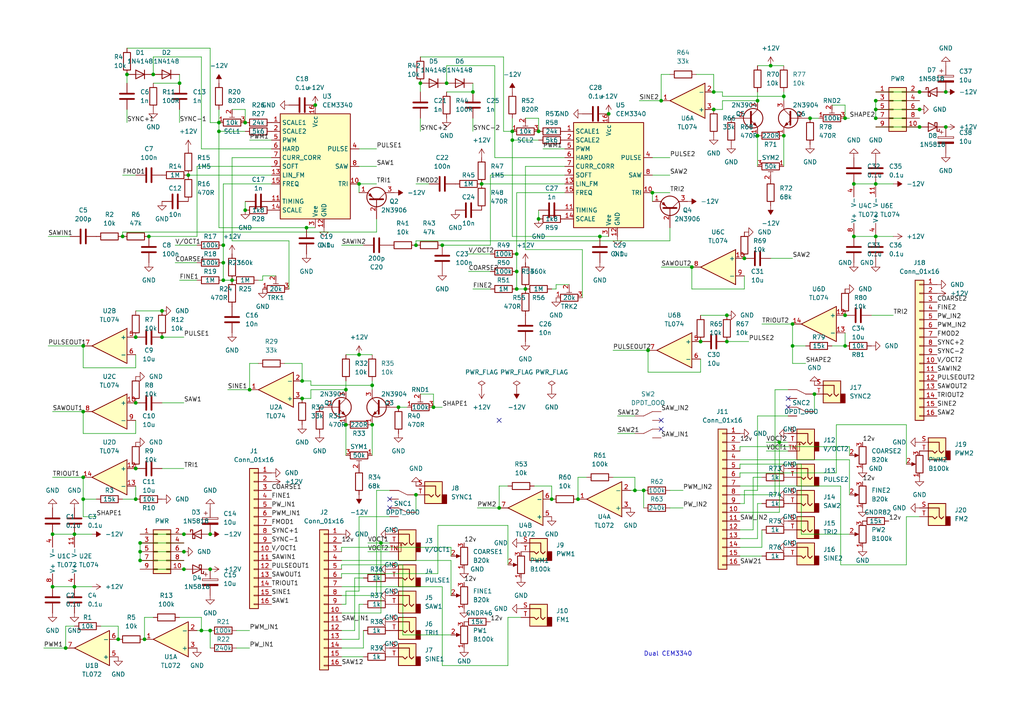
<source format=kicad_sch>
(kicad_sch (version 20211123) (generator eeschema)
  (paper "A4")
  (junction (at 191.77 29.21))
  (junction (at 128.27 71.12))
  (junction (at 104.14 102.87))
  (junction (at 36.83 21.59))
  (junction (at 219.71 29.21))
  (junction (at 254 29.21))
  (junction (at 266.7 26.67))
  (junction (at 52.07 24.13))
  (junction (at 184.15 142.24))
  (junction (at 203.2 99.06))
  (junction (at 229.87 93.98))
  (junction (at 44.45 21.59))
  (junction (at 60.96 154.94))
  (junction (at 245.11 100.33))
  (junction (at 254 53.34))
  (junction (at 121.92 24.13))
  (junction (at 15.24 154.94))
  (junction (at 43.18 68.58))
  (junction (at 53.34 154.94))
  (junction (at 148.59 40.64))
  (junction (at 53.34 160.02))
  (junction (at 189.23 55.88))
  (junction (at 274.32 36.83))
  (junction (at 39.37 97.79))
  (junction (at 35.56 68.58))
  (junction (at 21.59 154.94))
  (junction (at 87.63 110.49))
  (junction (at 40.64 162.56))
  (junction (at 226.06 128.27))
  (junction (at 53.34 165.1))
  (junction (at 24.13 100.33))
  (junction (at 46.99 90.17))
  (junction (at 229.87 100.33))
  (junction (at 46.99 97.79))
  (junction (at 160.02 144.78))
  (junction (at 24.13 144.78))
  (junction (at 41.91 185.42))
  (junction (at 254 31.75))
  (junction (at 125.73 118.11))
  (junction (at 71.12 35.56))
  (junction (at 236.22 114.3))
  (junction (at 100.33 113.03))
  (junction (at 115.57 118.11))
  (junction (at 274.32 26.67))
  (junction (at 72.39 113.03))
  (junction (at 266.7 31.75))
  (junction (at 227.33 39.37))
  (junction (at 266.7 36.83))
  (junction (at 156.21 38.1))
  (junction (at 149.86 78.74))
  (junction (at 210.82 91.44))
  (junction (at 107.95 123.19))
  (junction (at 58.42 182.88))
  (junction (at 15.24 170.18))
  (junction (at 207.01 26.67))
  (junction (at 39.37 116.84))
  (junction (at 156.21 63.5))
  (junction (at 87.63 115.57))
  (junction (at 210.82 99.06))
  (junction (at 67.31 81.28))
  (junction (at 129.54 24.13))
  (junction (at 254 68.58))
  (junction (at 176.53 33.02))
  (junction (at 100.33 123.19))
  (junction (at 254 34.29))
  (junction (at 152.4 83.82))
  (junction (at 110.49 157.48))
  (junction (at 144.78 147.32))
  (junction (at 247.65 68.58))
  (junction (at 148.59 38.1))
  (junction (at 21.59 170.18))
  (junction (at 245.11 34.29))
  (junction (at 173.99 68.58))
  (junction (at 227.33 27.94))
  (junction (at 149.86 73.66))
  (junction (at 167.64 144.78))
  (junction (at 63.5 35.56))
  (junction (at 40.64 157.48))
  (junction (at 187.96 101.6))
  (junction (at 207.01 31.75))
  (junction (at 200.66 77.47))
  (junction (at 24.13 138.43))
  (junction (at 104.14 53.34))
  (junction (at 91.44 30.48))
  (junction (at 223.52 19.05))
  (junction (at 120.65 71.12))
  (junction (at 88.9 66.04))
  (junction (at 215.9 74.93))
  (junction (at 39.37 135.89))
  (junction (at 60.96 182.88))
  (junction (at 137.16 26.67))
  (junction (at 34.29 185.42))
  (junction (at 219.71 39.37))
  (junction (at 186.69 142.24))
  (junction (at 247.65 53.34))
  (junction (at 60.96 165.1))
  (junction (at 39.37 144.78))
  (junction (at 120.65 143.51))
  (junction (at 64.77 76.2))
  (junction (at 64.77 81.28))
  (junction (at 245.11 91.44))
  (junction (at 234.95 34.29))
  (junction (at 54.61 50.8))
  (junction (at 24.13 119.38))
  (junction (at 40.64 160.02))
  (junction (at 19.05 187.96))
  (junction (at 63.5 38.1))
  (junction (at 71.12 60.96))
  (junction (at 139.7 53.34))
  (junction (at 107.95 111.76))
  (junction (at 64.77 71.12))
  (junction (at 149.86 83.82))
  (no_connect (at 144.78 121.92))
  (no_connect (at 113.03 144.78))
  (no_connect (at 113.03 147.32))
  (no_connect (at 228.6 115.57))
  (no_connect (at 228.6 118.11))
  (no_connect (at 191.77 121.92))
  (no_connect (at 191.77 124.46))
  (wire (pts (xy 160.02 83.82) (xy 161.29 83.82)))
  (wire (pts (xy 137.16 24.13) (xy 137.16 26.67)))
  (wire (pts (xy 191.77 21.59) (xy 191.77 29.21)))
  (wire (pts (xy 214.63 158.75) (xy 220.98 158.75)))
  (wire (pts (xy 200.66 77.47) (xy 200.66 83.82)))
  (wire (pts (xy 54.61 50.8) (xy 78.74 50.8)))
  (wire (pts (xy 262.89 149.86) (xy 262.89 163.83)))
  (wire (pts (xy 100.33 175.26) (xy 100.33 171.45)))
  (wire (pts (xy 104.14 43.18) (xy 109.22 43.18)))
  (wire (pts (xy 78.74 43.18) (xy 58.42 43.18)))
  (wire (pts (xy 64.77 76.2) (xy 64.77 81.28)))
  (wire (pts (xy 214.63 143.51) (xy 224.79 143.51)))
  (wire (pts (xy 52.07 31.75) (xy 52.07 35.56)))
  (wire (pts (xy 99.06 182.88) (xy 102.87 182.88)))
  (wire (pts (xy 168.91 72.39) (xy 168.91 86.36)))
  (wire (pts (xy 107.95 110.49) (xy 107.95 111.76)))
  (wire (pts (xy 222.25 130.81) (xy 228.6 130.81)))
  (wire (pts (xy 50.8 76.2) (xy 57.15 76.2)))
  (wire (pts (xy 125.73 114.3) (xy 125.73 118.11)))
  (wire (pts (xy 247.65 53.34) (xy 254 53.34)))
  (wire (pts (xy 219.71 39.37) (xy 219.71 48.26)))
  (wire (pts (xy 142.24 71.12) (xy 128.27 71.12)))
  (wire (pts (xy 76.2 81.28) (xy 76.2 80.01)))
  (wire (pts (xy 147.32 152.4) (xy 147.32 163.83)))
  (wire (pts (xy 41.91 179.07) (xy 41.91 185.42)))
  (wire (pts (xy 52.07 179.07) (xy 58.42 179.07)))
  (wire (pts (xy 100.33 171.45) (xy 104.14 171.45)))
  (wire (pts (xy 246.38 133.35) (xy 246.38 143.51)))
  (wire (pts (xy 13.97 68.58) (xy 20.32 68.58)))
  (wire (pts (xy 152.4 48.26) (xy 152.4 72.39)))
  (wire (pts (xy 245.11 30.48) (xy 245.11 34.29)))
  (wire (pts (xy 194.31 69.85) (xy 120.65 69.85)))
  (wire (pts (xy 243.84 140.97) (xy 243.84 163.83)))
  (wire (pts (xy 245.11 34.29) (xy 246.38 34.29)))
  (wire (pts (xy 99.06 162.56) (xy 130.81 162.56)))
  (wire (pts (xy 67.31 31.75) (xy 71.12 31.75)))
  (wire (pts (xy 227.33 27.94) (xy 227.33 29.21)))
  (wire (pts (xy 194.31 66.04) (xy 194.31 69.85)))
  (wire (pts (xy 121.92 114.3) (xy 125.73 114.3)))
  (wire (pts (xy 58.42 43.18) (xy 58.42 16.51)))
  (wire (pts (xy 215.9 146.05) (xy 215.9 142.24)))
  (wire (pts (xy 128.27 193.04) (xy 147.32 193.04)))
  (wire (pts (xy 152.4 72.39) (xy 168.91 72.39)))
  (wire (pts (xy 184.15 138.43) (xy 184.15 142.24)))
  (wire (pts (xy 163.83 55.88) (xy 149.86 55.88)))
  (wire (pts (xy 104.14 53.34) (xy 109.22 53.34)))
  (wire (pts (xy 52.07 81.28) (xy 57.15 81.28)))
  (wire (pts (xy 254 26.67) (xy 266.7 26.67)))
  (wire (pts (xy 90.17 111.76) (xy 90.17 110.49)))
  (wire (pts (xy 116.84 184.15) (xy 130.81 184.15)))
  (wire (pts (xy 147.32 140.97) (xy 144.78 140.97)))
  (wire (pts (xy 254 29.21) (xy 254 31.75)))
  (wire (pts (xy 106.68 160.02) (xy 113.03 160.02)))
  (wire (pts (xy 72.39 40.64) (xy 78.74 40.64)))
  (wire (pts (xy 39.37 121.92) (xy 39.37 125.73)))
  (wire (pts (xy 107.95 123.19) (xy 107.95 132.08)))
  (wire (pts (xy 64.77 53.34) (xy 64.77 71.12)))
  (wire (pts (xy 15.24 138.43) (xy 24.13 138.43)))
  (wire (pts (xy 24.13 144.78) (xy 27.94 144.78)))
  (wire (pts (xy 229.87 105.41) (xy 233.68 105.41)))
  (wire (pts (xy 109.22 142.24) (xy 113.03 142.24)))
  (wire (pts (xy 57.15 182.88) (xy 58.42 182.88)))
  (wire (pts (xy 60.96 182.88) (xy 60.96 187.96)))
  (wire (pts (xy 215.9 80.01) (xy 215.9 83.82)))
  (wire (pts (xy 161.29 82.55) (xy 165.1 82.55)))
  (wire (pts (xy 252.73 91.44) (xy 259.08 91.44)))
  (wire (pts (xy 64.77 81.28) (xy 67.31 81.28)))
  (wire (pts (xy 67.31 45.72) (xy 67.31 69.85)))
  (wire (pts (xy 78.74 53.34) (xy 64.77 53.34)))
  (wire (pts (xy 143.51 19.05) (xy 129.54 19.05)))
  (wire (pts (xy 58.42 182.88) (xy 60.96 182.88)))
  (wire (pts (xy 224.79 113.03) (xy 228.6 113.03)))
  (wire (pts (xy 189.23 50.8) (xy 194.31 50.8)))
  (wire (pts (xy 74.93 81.28) (xy 76.2 81.28)))
  (wire (pts (xy 177.8 101.6) (xy 187.96 101.6)))
  (wire (pts (xy 186.69 142.24) (xy 186.69 147.32)))
  (wire (pts (xy 214.63 129.54) (xy 246.38 129.54)))
  (wire (pts (xy 148.59 40.64) (xy 148.59 38.1)))
  (wire (pts (xy 99.06 172.72) (xy 109.22 172.72)))
  (wire (pts (xy 100.33 113.03) (xy 90.17 113.03)))
  (wire (pts (xy 39.37 106.68) (xy 24.13 106.68)))
  (wire (pts (xy 109.22 67.31) (xy 35.56 67.31)))
  (wire (pts (xy 44.45 179.07) (xy 41.91 179.07)))
  (wire (pts (xy 40.64 154.94) (xy 53.34 154.94)))
  (wire (pts (xy 214.63 134.62) (xy 232.41 134.62)))
  (wire (pts (xy 179.07 120.65) (xy 184.15 120.65)))
  (wire (pts (xy 120.65 143.51) (xy 120.65 148.59)))
  (wire (pts (xy 137.16 34.29) (xy 137.16 38.1)))
  (wire (pts (xy 130.81 162.56) (xy 130.81 172.72)))
  (wire (pts (xy 63.5 66.04) (xy 88.9 66.04)))
  (wire (pts (xy 177.8 138.43) (xy 184.15 138.43)))
  (wire (pts (xy 90.17 110.49) (xy 87.63 110.49)))
  (wire (pts (xy 36.83 21.59) (xy 36.83 24.13)))
  (wire (pts (xy 52.07 21.59) (xy 52.07 24.13)))
  (wire (pts (xy 189.23 58.42) (xy 189.23 55.88)))
  (wire (pts (xy 58.42 179.07) (xy 58.42 182.88)))
  (wire (pts (xy 170.18 138.43) (xy 167.64 138.43)))
  (wire (pts (xy 232.41 154.94) (xy 246.38 154.94)))
  (wire (pts (xy 182.88 142.24) (xy 184.15 142.24)))
  (wire (pts (xy 88.9 66.04) (xy 91.44 66.04)))
  (wire (pts (xy 214.63 130.81) (xy 214.63 129.54)))
  (wire (pts (xy 40.64 160.02) (xy 40.64 162.56)))
  (wire (pts (xy 67.31 69.85) (xy 83.82 69.85)))
  (wire (pts (xy 129.54 26.67) (xy 137.16 26.67)))
  (wire (pts (xy 24.13 138.43) (xy 24.13 144.78)))
  (wire (pts (xy 241.3 30.48) (xy 245.11 30.48)))
  (wire (pts (xy 232.41 134.62) (xy 232.41 154.94)))
  (wire (pts (xy 110.49 157.48) (xy 113.03 157.48)))
  (wire (pts (xy 184.15 142.24) (xy 186.69 142.24)))
  (wire (pts (xy 44.45 16.51) (xy 44.45 21.59)))
  (wire (pts (xy 157.48 43.18) (xy 163.83 43.18)))
  (wire (pts (xy 63.5 38.1) (xy 63.5 35.56)))
  (wire (pts (xy 220.98 93.98) (xy 229.87 93.98)))
  (wire (pts (xy 63.5 38.1) (xy 63.5 66.04)))
  (wire (pts (xy 128.27 170.18) (xy 128.27 193.04)))
  (wire (pts (xy 72.39 105.41) (xy 72.39 113.03)))
  (wire (pts (xy 219.71 142.24) (xy 219.71 120.65)))
  (wire (pts (xy 254 68.58) (xy 259.08 68.58)))
  (wire (pts (xy 194.31 147.32) (xy 198.12 147.32)))
  (wire (pts (xy 149.86 83.82) (xy 152.4 83.82)))
  (wire (pts (xy 99.06 163.83) (xy 116.84 163.83)))
  (wire (pts (xy 121.92 24.13) (xy 121.92 26.67)))
  (wire (pts (xy 214.63 138.43) (xy 214.63 137.16)))
  (wire (pts (xy 39.37 90.17) (xy 46.99 90.17)))
  (wire (pts (xy 148.59 40.64) (xy 148.59 68.58)))
  (wire (pts (xy 127 152.4) (xy 147.32 152.4)))
  (wire (pts (xy 83.82 69.85) (xy 83.82 83.82)))
  (wire (pts (xy 99.06 170.18) (xy 128.27 170.18)))
  (wire (pts (xy 60.96 13.97) (xy 60.96 35.56)))
  (wire (pts (xy 215.9 83.82) (xy 200.66 83.82)))
  (wire (pts (xy 223.52 74.93) (xy 229.87 74.93)))
  (wire (pts (xy 137.16 83.82) (xy 142.24 83.82)))
  (wire (pts (xy 109.22 172.72) (xy 109.22 142.24)))
  (wire (pts (xy 214.63 140.97) (xy 243.84 140.97)))
  (wire (pts (xy 219.71 120.65) (xy 228.6 120.65)))
  (wire (pts (xy 60.96 35.56) (xy 63.5 35.56)))
  (wire (pts (xy 214.63 135.89) (xy 214.63 134.62)))
  (wire (pts (xy 135.89 73.66) (xy 142.24 73.66)))
  (wire (pts (xy 214.63 156.21) (xy 219.71 156.21)))
  (wire (pts (xy 229.87 100.33) (xy 233.68 100.33)))
  (wire (pts (xy 254 31.75) (xy 266.7 31.75)))
  (wire (pts (xy 104.14 185.42) (xy 104.14 175.26)))
  (wire (pts (xy 100.33 123.19) (xy 100.33 132.08)))
  (wire (pts (xy 160.02 140.97) (xy 160.02 144.78)))
  (wire (pts (xy 39.37 125.73) (xy 24.13 125.73)))
  (wire (pts (xy 36.83 13.97) (xy 60.96 13.97)))
  (wire (pts (xy 99.06 175.26) (xy 100.33 175.26)))
  (wire (pts (xy 107.95 111.76) (xy 90.17 111.76)))
  (wire (pts (xy 156.21 34.29) (xy 156.21 38.1)))
  (wire (pts (xy 39.37 102.87) (xy 39.37 106.68)))
  (wire (pts (xy 24.13 149.86) (xy 27.94 149.86)))
  (wire (pts (xy 243.84 163.83) (xy 262.89 163.83)))
  (wire (pts (xy 262.89 123.19) (xy 262.89 134.62)))
  (wire (pts (xy 207.01 21.59) (xy 207.01 26.67)))
  (wire (pts (xy 109.22 63.5) (xy 109.22 67.31)))
  (wire (pts (xy 219.71 19.05) (xy 223.52 19.05)))
  (wire (pts (xy 104.14 175.26) (xy 105.41 175.26)))
  (wire (pts (xy 12.7 187.96) (xy 19.05 187.96)))
  (wire (pts (xy 214.63 133.35) (xy 246.38 133.35)))
  (wire (pts (xy 115.57 118.11) (xy 118.11 118.11)))
  (wire (pts (xy 36.83 31.75) (xy 36.83 35.56)))
  (wire (pts (xy 34.29 181.61) (xy 34.29 185.42)))
  (wire (pts (xy 104.14 171.45) (xy 104.14 149.86)))
  (wire (pts (xy 68.58 187.96) (xy 72.39 187.96)))
  (wire (pts (xy 107.95 111.76) (xy 107.95 113.03)))
  (wire (pts (xy 227.33 26.67) (xy 227.33 27.94)))
  (wire (pts (xy 40.64 165.1) (xy 53.34 165.1)))
  (wire (pts (xy 218.44 153.67) (xy 218.44 138.43)))
  (wire (pts (xy 161.29 83.82) (xy 161.29 82.55)))
  (wire (pts (xy 227.33 39.37) (xy 227.33 48.26)))
  (wire (pts (xy 39.37 140.97) (xy 39.37 144.78)))
  (wire (pts (xy 152.4 34.29) (xy 156.21 34.29)))
  (wire (pts (xy 68.58 182.88) (xy 72.39 182.88)))
  (wire (pts (xy 130.81 158.75) (xy 130.81 161.29)))
  (wire (pts (xy 21.59 154.94) (xy 26.67 154.94)))
  (wire (pts (xy 139.7 53.34) (xy 163.83 53.34)))
  (wire (pts (xy 146.05 38.1) (xy 148.59 38.1)))
  (wire (pts (xy 173.99 68.58) (xy 176.53 68.58)))
  (wire (pts (xy 218.44 138.43) (xy 220.98 138.43)))
  (wire (pts (xy 219.71 29.21) (xy 209.55 29.21)))
  (wire (pts (xy 74.93 105.41) (xy 72.39 105.41)))
  (wire (pts (xy 64.77 71.12) (xy 64.77 76.2)))
  (wire (pts (xy 35.56 67.31) (xy 35.56 68.58)))
  (wire (pts (xy 219.71 156.21) (xy 219.71 146.05)))
  (wire (pts (xy 179.07 125.73) (xy 184.15 125.73)))
  (wire (pts (xy 100.33 110.49) (xy 100.33 113.03)))
  (wire (pts (xy 24.13 144.78) (xy 24.13 149.86)))
  (wire (pts (xy 99.06 71.12) (xy 105.41 71.12)))
  (wire (pts (xy 110.49 157.48) (xy 110.49 177.8)))
  (wire (pts (xy 167.64 138.43) (xy 167.64 144.78)))
  (wire (pts (xy 120.65 69.85) (xy 120.65 71.12)))
  (wire (pts (xy 156.21 40.64) (xy 148.59 40.64)))
  (wire (pts (xy 78.74 48.26) (xy 57.15 48.26)))
  (wire (pts (xy 13.97 100.33) (xy 24.13 100.33)))
  (wire (pts (xy 149.86 55.88) (xy 149.86 73.66)))
  (wire (pts (xy 194.31 21.59) (xy 191.77 21.59)))
  (wire (pts (xy 71.12 31.75) (xy 71.12 35.56)))
  (wire (pts (xy 254 53.34) (xy 259.08 53.34)))
  (wire (pts (xy 106.68 157.48) (xy 110.49 157.48)))
  (wire (pts (xy 40.64 157.48) (xy 53.34 157.48)))
  (wire (pts (xy 40.64 160.02) (xy 53.34 160.02)))
  (wire (pts (xy 35.56 144.78) (xy 39.37 144.78)))
  (wire (pts (xy 185.42 29.21) (xy 191.77 29.21)))
  (wire (pts (xy 40.64 162.56) (xy 53.34 162.56)))
  (wire (pts (xy 99.06 167.64) (xy 99.06 166.37)))
  (wire (pts (xy 154.94 140.97) (xy 160.02 140.97)))
  (wire (pts (xy 71.12 60.96) (xy 71.12 58.42)))
  (wire (pts (xy 156.21 63.5) (xy 156.21 60.96)))
  (wire (pts (xy 214.63 161.29) (xy 220.98 161.29)))
  (wire (pts (xy 82.55 105.41) (xy 87.63 105.41)))
  (wire (pts (xy 90.17 115.57) (xy 87.63 115.57)))
  (wire (pts (xy 102.87 167.64) (xy 105.41 167.64)))
  (wire (pts (xy 138.43 147.32) (xy 144.78 147.32)))
  (wire (pts (xy 19.05 181.61) (xy 19.05 187.96)))
  (wire (pts (xy 116.84 163.83) (xy 116.84 184.15)))
  (wire (pts (xy 76.2 80.01) (xy 80.01 80.01)))
  (wire (pts (xy 99.06 166.37) (xy 127 166.37)))
  (wire (pts (xy 254 29.21) (xy 266.7 29.21)))
  (wire (pts (xy 194.31 142.24) (xy 198.12 142.24)))
  (wire (pts (xy 90.17 113.03) (xy 90.17 115.57)))
  (wire (pts (xy 147.32 179.07) (xy 147.32 193.04)))
  (wire (pts (xy 209.55 29.21) (xy 209.55 31.75)))
  (wire (pts (xy 104.14 48.26) (xy 109.22 48.26)))
  (wire (pts (xy 189.23 45.72) (xy 194.31 45.72)))
  (wire (pts (xy 71.12 38.1) (xy 63.5 38.1)))
  (wire (pts (xy 229.87 93.98) (xy 229.87 100.33)))
  (wire (pts (xy 203.2 91.44) (xy 210.82 91.44)))
  (wire (pts (xy 242.57 137.16) (xy 242.57 123.19)))
  (wire (pts (xy 35.56 50.8) (xy 39.37 50.8)))
  (wire (pts (xy 99.06 160.02) (xy 99.06 158.75)))
  (wire (pts (xy 121.92 16.51) (xy 146.05 16.51)))
  (wire (pts (xy 46.99 116.84) (xy 53.34 116.84)))
  (wire (pts (xy 222.25 128.27) (xy 226.06 128.27)))
  (wire (pts (xy 135.89 78.74) (xy 142.24 78.74)))
  (wire (pts (xy 99.06 187.96) (xy 105.41 187.96)))
  (wire (pts (xy 226.06 128.27) (xy 228.6 128.27)))
  (wire (pts (xy 143.51 45.72) (xy 143.51 19.05)))
  (wire (pts (xy 254 34.29) (xy 266.7 34.29)))
  (wire (pts (xy 148.59 34.29) (xy 148.59 38.1)))
  (wire (pts (xy 58.42 16.51) (xy 44.45 16.51)))
  (wire (pts (xy 21.59 181.61) (xy 19.05 181.61)))
  (wire (pts (xy 46.99 135.89) (xy 53.34 135.89)))
  (wire (pts (xy 15.24 119.38) (xy 24.13 119.38)))
  (wire (pts (xy 99.06 190.5) (xy 105.41 190.5)))
  (wire (pts (xy 254 36.83) (xy 266.7 36.83)))
  (wire (pts (xy 201.93 21.59) (xy 207.01 21.59)))
  (wire (pts (xy 229.87 100.33) (xy 229.87 105.41)))
  (wire (pts (xy 100.33 102.87) (xy 104.14 102.87)))
  (wire (pts (xy 24.13 119.38) (xy 24.13 125.73)))
  (wire (pts (xy 121.92 34.29) (xy 121.92 38.1)))
  (wire (pts (xy 99.06 165.1) (xy 99.06 163.83)))
  (wire (pts (xy 104.14 55.88) (xy 104.14 53.34)))
  (wire (pts (xy 224.79 143.51) (xy 224.79 113.03)))
  (wire (pts (xy 217.17 99.06) (xy 210.82 99.06)))
  (wire (pts (xy 214.63 146.05) (xy 215.9 146.05)))
  (wire (pts (xy 127 166.37) (xy 127 152.4)))
  (wire (pts (xy 53.34 97.79) (xy 46.99 97.79)))
  (wire (pts (xy 247.65 68.58) (xy 254 68.58)))
  (wire (pts (xy 163.83 48.26) (xy 152.4 48.26)))
  (wire (pts (xy 209.55 27.94) (xy 209.55 26.67)))
  (wire (pts (xy 189.23 55.88) (xy 194.31 55.88)))
  (wire (pts (xy 105.41 187.96) (xy 105.41 182.88)))
  (wire (pts (xy 110.49 177.8) (xy 99.06 177.8)))
  (wire (pts (xy 40.64 157.48) (xy 40.64 160.02)))
  (wire (pts (xy 245.11 96.52) (xy 245.11 100.33)))
  (wire (pts (xy 104.14 102.87) (xy 107.95 102.87)))
  (wire (pts (xy 203.2 104.14) (xy 203.2 107.95)))
  (wire (pts (xy 99.06 185.42) (xy 104.14 185.42)))
  (wire (pts (xy 236.22 114.3) (xy 236.22 119.38)))
  (wire (pts (xy 163.83 45.72) (xy 143.51 45.72)))
  (wire (pts (xy 254 31.75) (xy 254 34.29)))
  (wire (pts (xy 142.24 50.8) (xy 142.24 71.12)))
  (wire (pts (xy 149.86 73.66) (xy 149.86 78.74)))
  (wire (pts (xy 148.59 68.58) (xy 173.99 68.58)))
  (wire (pts (xy 214.63 137.16) (xy 242.57 137.16)))
  (wire (pts (xy 57.15 48.26) (xy 57.15 68.58)))
  (wire (pts (xy 125.73 118.11) (xy 128.27 118.11)))
  (wire (pts (xy 15.24 170.18) (xy 21.59 170.18)))
  (wire (pts (xy 29.21 181.61) (xy 34.29 181.61)))
  (wire (pts (xy 87.63 105.41) (xy 87.63 110.49)))
  (wire (pts (xy 63.5 31.75) (xy 63.5 35.56)))
  (wire (pts (xy 102.87 182.88) (xy 102.87 167.64)))
  (wire (pts (xy 149.86 78.74) (xy 149.86 83.82)))
  (wire (pts (xy 227.33 27.94) (xy 209.55 27.94)))
  (wire (pts (xy 99.06 158.75) (xy 130.81 158.75)))
  (wire (pts (xy 234.95 34.29) (xy 237.49 34.29)))
  (wire (pts (xy 223.52 19.05) (xy 227.33 19.05)))
  (wire (pts (xy 220.98 158.75) (xy 220.98 153.67)))
  (wire (pts (xy 209.55 31.75) (xy 207.01 31.75)))
  (wire (pts (xy 226.06 128.27) (xy 226.06 148.59)))
  (wire (pts (xy 147.32 179.07) (xy 151.13 179.07)))
  (wire (pts (xy 226.06 148.59) (xy 214.63 148.59)))
  (wire (pts (xy 57.15 68.58) (xy 43.18 68.58)))
  (wire (pts (xy 21.59 170.18) (xy 26.67 170.18)))
  (wire (pts (xy 50.8 71.12) (xy 57.15 71.12)))
  (wire (pts (xy 209.55 26.67) (xy 207.01 26.67)))
  (wire (pts (xy 120.65 53.34) (xy 124.46 53.34)))
  (wire (pts (xy 24.13 100.33) (xy 24.13 106.68)))
  (wire (pts (xy 129.54 19.05) (xy 129.54 24.13)))
  (wire (pts (xy 144.78 140.97) (xy 144.78 147.32)))
  (wire (pts (xy 15.24 154.94) (xy 21.59 154.94)))
  (wire (pts (xy 191.77 77.47) (xy 200.66 77.47)))
  (wire (pts (xy 262.89 149.86) (xy 266.7 149.86)))
  (wire (pts (xy 215.9 142.24) (xy 219.71 142.24)))
  (wire (pts (xy 242.57 123.19) (xy 262.89 123.19)))
  (wire (pts (xy 187.96 101.6) (xy 187.96 107.95)))
  (wire (pts (xy 44.45 24.13) (xy 52.07 24.13)))
  (wire (pts (xy 104.14 149.86) (xy 113.03 149.86)))
  (wire (pts (xy 241.3 100.33) (xy 245.11 100.33)))
  (wire (pts (xy 219.71 26.67) (xy 219.71 29.21)))
  (wire (pts (xy 219.71 146.05) (xy 220.98 146.05)))
  (wire (pts (xy 203.2 107.95) (xy 187.96 107.95)))
  (wire (pts (xy 163.83 50.8) (xy 142.24 50.8)))
  (wire (pts (xy 214.63 153.67) (xy 218.44 153.67)))
  (wire (pts (xy 66.04 113.03) (xy 72.39 113.03)))
  (wire (pts (xy 146.05 16.51) (xy 146.05 38.1)))
  (wire (pts (xy 246.38 129.54) (xy 246.38 132.08)))
  (wire (pts (xy 78.74 45.72) (xy 67.31 45.72)))
  (text "Dual CEM3340" (at 186.69 190.5 0) (effects (font (size 1.27 1.27)) (justify left bottom)))
  (label "PWM_IN1" (at 72.39 182.88 0))
  (label "SHAPE2" (at 246.38 34.29 0))
  (label "SYNC+1" (at 36.83 35.56 0))
  (label "SHAPE2" (at 233.68 105.41 0))
  (label "12v" (at 257.81 151.13 0))
  (label "SYNC-2" (at 137.16 38.1 0))
  (label "SINE1" (at 66.04 113.03 0))
  (label "PW_IN2" (at 198.12 147.32 0))
  (label "PWM_IN2" (at 198.12 142.24 0))
  (label "SAW21" (at 179.07 125.73 0))
  (label "PULSEOUT1" (at 13.97 100.33 0))
  (label "TRI1" (at 109.22 53.34 0))
  (label "SAWOUT2" (at 271.78 113.03 0))
  (label "SYNC-1" (at 78.74 157.48 0))
  (label "FMOD1" (at 78.74 152.4 0))
  (label "COARSE2" (at 271.78 87.63 0))
  (label "PWM1" (at 72.39 40.64 0))
  (label "PWM2" (at 138.43 147.32 0))
  (label "12v" (at 142.24 180.34 0))
  (label "SAWIN2" (at 99.06 71.12 0))
  (label "VOCT1" (at 106.68 157.48 0))
  (label "12v" (at 134.62 168.91 0))
  (label "PULSE2" (at 217.17 99.06 0))
  (label "V{slash}OCT2" (at 135.89 73.66 0))
  (label "SAW_IN1" (at 191.77 127 0))
  (label "SAW_IN2" (at 191.77 119.38 0))
  (label "FMOD2" (at 271.78 97.79 0))
  (label "PULSEOUT1" (at 78.74 165.1 0))
  (label "SAW2" (at 229.87 74.93 0))
  (label "VOCT2" (at 222.25 128.27 0))
  (label "12v" (at 250.19 128.27 0))
  (label "PULSEOUT2" (at 177.8 101.6 0))
  (label "PWM1" (at 157.48 43.18 0))
  (label "SYNC+2" (at 271.78 100.33 0))
  (label "12v" (at 214.63 128.27 0))
  (label "SYNC+2" (at 121.92 38.1 0))
  (label "FINE1" (at 78.74 144.78 0))
  (label "SAW2" (at 194.31 50.8 0))
  (label "COARSE2" (at 135.89 78.74 0))
  (label "SAW_IN1" (at 99.06 180.34 0))
  (label "PW_IN2" (at 271.78 92.71 0))
  (label "PWM_IN1" (at 78.74 149.86 0))
  (label "PULSE1" (at 53.34 97.79 0))
  (label "SAW12" (at 179.07 120.65 0))
  (label "COARSE1" (at 78.74 142.24 0))
  (label "SYNC+1" (at 78.74 154.94 0))
  (label "SAW1" (at 53.34 116.84 0))
  (label "PW_IN1" (at 78.74 147.32 0))
  (label "FINE1" (at 52.07 81.28 0))
  (label "FINE2" (at 137.16 83.82 0))
  (label "TRI2" (at 259.08 91.44 0))
  (label "TRIOUT2" (at 271.78 115.57 0))
  (label "12v" (at 99.06 157.48 0))
  (label "SINE1" (at 78.74 172.72 0))
  (label "SHAPE1" (at 27.94 149.86 0))
  (label "SAW12" (at 99.06 193.04 0))
  (label "SAW1" (at 78.74 175.26 0))
  (label "SAWIN1" (at 13.97 68.58 0))
  (label "SHAPE1" (at 128.27 118.11 0))
  (label "SAWOUT1" (at 15.24 119.38 0))
  (label "SAWIN1" (at 78.74 162.56 0))
  (label "TRI2" (at 194.31 55.88 0))
  (label "PWM1" (at 12.7 187.96 0))
  (label "12v" (at 250.19 139.7 0))
  (label "SAW1" (at 109.22 48.26 0))
  (label "SAWOUT1" (at 78.74 167.64 0))
  (label "SINE2" (at 185.42 29.21 0))
  (label "FINE2" (at 271.78 90.17 0))
  (label "PULSE2" (at 194.31 45.72 0))
  (label "V{slash}OCT2" (at 271.78 105.41 0))
  (label "SYNC-1" (at 52.07 35.56 0))
  (label "12v" (at 134.62 157.48 0))
  (label "SAWIN2" (at 271.78 107.95 0))
  (label "TRIOUT1" (at 78.74 170.18 0))
  (label "SAW_IN2" (at 214.63 151.13 0))
  (label "FMOD1" (at 35.56 50.8 0))
  (label "SAW21" (at 214.63 163.83 0))
  (label "V{slash}OCT1" (at 50.8 71.12 0))
  (label "PW_IN1" (at 72.39 187.96 0))
  (label "TRIOUT2" (at 220.98 93.98 0))
  (label "VOCT2" (at 106.68 160.02 0))
  (label "PULSEOUT2" (at 271.78 110.49 0))
  (label "VOCT1" (at 222.25 130.81 0))
  (label "COARSE1" (at 50.8 76.2 0))
  (label "V{slash}OCT1" (at 78.74 160.02 0))
  (label "TRIOUT1" (at 15.24 138.43 0))
  (label "SINE2" (at 271.78 118.11 0))
  (label "SAW2" (at 271.78 120.65 0))
  (label "TRI1" (at 53.34 135.89 0))
  (label "SAWOUT2" (at 191.77 77.47 0))
  (label "PWM_IN2" (at 271.78 95.25 0))
  (label "PULSE1" (at 109.22 43.18 0))
  (label "SYNC-2" (at 271.78 102.87 0))
  (label "FMOD2" (at 120.65 53.34 0))
  (symbol (lib_id "power:GND") (at 173.99 76.2 0) (unit 1)
    (property "Reference" "#PWR067" (effects hide))
    (property "Value" "GND" (at 173.99 81.28 0))
  )
  (symbol (lib_id "Device:R") (at 151.13 140.97 90) (unit 1)
    (property "Reference" "R53" (at 151.13 134.62 90))
    (property "Value" "10k" (at 151.13 137.16 90))
    (property "Footprint" "Resistor_THT:R_Axial_DIN0207_L6.3mm_D2.5mm_P10.16mm_Horizontal" (effects hide))
  )
  (symbol (lib_id "power:GND") (at 271.78 82.55 90) (mirror x) (unit 1)
    (property "Reference" "#PWR0102" (effects hide))
    (property "Value" "GND" (at 275.59 82.5499 90) (effects (justify right)))
  )
  (symbol (lib_id "power:GND") (at 39.37 128.27 90) (unit 1)
    (property "Reference" "#PWR09" (effects hide))
    (property "Value" "GND" (at 43.18 128.2699 90) (effects (justify right)))
  )
  (symbol (lib_id "Device:D") (at 48.26 21.59 0) (mirror y) (unit 1)
    (property "Reference" "D2" (at 48.26 15.24 0))
    (property "Value" "1N4148" (at 48.26 17.78 0))
    (property "Footprint" "Diode_THT:D_DO-35_SOD27_P7.62mm_Horizontal" (effects hide))
  )
  (symbol (lib_id "Audio:CEM3340") (at 176.53 50.8 0) (unit 1)
    (property "Reference" "U5" (at 178.5494 30.48 0) (effects (justify left)))
    (property "Value" "CEM3340" (at 178.5494 33.02 0) (effects (justify left)))
    (property "Footprint" "Package_DIP:DIP-16_W7.62mm_Socket_LongPads" (effects hide))
    (property "Datasheet" "https://electricdruid.net/wp-content/uploads/2020/02/CEM33403345-VCO.pdf" (effects hide))
  )
  (symbol (lib_id "Amplifier_Operational:TL072") (at 175.26 144.78 180) (unit 1)
    (property "Reference" "U4" (at 175.26 149.86 0))
    (property "Value" "TL072" (at 175.26 152.4 0))
    (property "Footprint" "Package_DIP:DIP-8_W7.62mm_Socket_LongPads" (effects hide))
    (property "Datasheet" "http://www.ti.com/lit/ds/symlink/tl071.pdf" (effects hide))
  )
  (symbol (lib_id "Device:R") (at 92.71 121.92 0) (unit 1)
    (property "Reference" "R31" (at 95.25 120.6499 0) (effects (justify left)))
    (property "Value" "470R" (at 95.25 123.1899 0) (effects (justify left)))
    (property "Footprint" "Resistor_THT:R_Axial_DIN0207_L6.3mm_D2.5mm_P10.16mm_Horizontal" (effects hide))
  )
  (symbol (lib_id "power:GND") (at 250.19 135.89 0) (unit 1)
    (property "Reference" "#PWR089" (effects hide))
    (property "Value" "GND" (at 254 135.89 0))
  )
  (symbol (lib_id "Device:R") (at 173.99 138.43 90) (unit 1)
    (property "Reference" "R61" (at 173.99 132.08 90))
    (property "Value" "100k" (at 173.99 134.62 90))
    (property "Footprint" "Resistor_THT:R_Axial_DIN0207_L6.3mm_D2.5mm_P10.16mm_Horizontal" (effects hide))
  )
  (symbol (lib_id "Connector:AudioJack2") (at 271.78 130.81 0) (mirror y) (unit 1)
    (property "Reference" "J19" (at 276.86 128.9049 0) (effects (justify right)))
    (property "Value" "PWM2" (at 276.86 131.4449 0) (effects (justify right)))
    (property "Footprint" "Connector_Audio:Jack_3.5mm_QingPu_WQP-PJ398SM_Vertical_CircularHoles" (effects hide))
  )
  (symbol (lib_id "Device:R") (at 39.37 68.58 90) (unit 1)
    (property "Reference" "R6" (at 39.37 62.23 90))
    (property "Value" "47k" (at 39.37 64.77 90))
    (property "Footprint" "Resistor_THT:R_Axial_DIN0207_L6.3mm_D2.5mm_P10.16mm_Horizontal" (effects hide))
  )
  (symbol (lib_id "Device:R") (at 139.7 57.15 0) (unit 1)
    (property "Reference" "R48" (at 142.24 55.8799 0) (effects (justify left)))
    (property "Value" "470R" (at 142.24 58.4199 0) (effects (justify left)))
    (property "Footprint" "Resistor_THT:R_Axial_DIN0207_L6.3mm_D2.5mm_P10.16mm_Horizontal" (effects hide))
  )
  (symbol (lib_id "Device:R") (at 207.01 35.56 0) (unit 1)
    (property "Reference" "R66" (at 209.55 34.2899 0) (effects (justify left)))
    (property "Value" "33k" (at 209.55 36.8299 0) (effects (justify left)))
    (property "Footprint" "Resistor_THT:R_Axial_DIN0207_L6.3mm_D2.5mm_P10.16mm_Horizontal" (effects hide))
  )
  (symbol (lib_id "Connector:AudioJack2") (at 271.78 149.86 0) (mirror y) (unit 1)
    (property "Reference" "J20" (at 276.86 147.9549 0) (effects (justify right)))
    (property "Value" "FM2" (at 276.86 150.4949 0) (effects (justify right)))
    (property "Footprint" "Connector_Audio:Jack_3.5mm_QingPu_WQP-PJ398SM_Vertical_CircularHoles" (effects hide))
  )
  (symbol (lib_id "Amplifier_Operational:TL072") (at 12.7 162.56 180) (unit 3)
    (property "Reference" "U1" (at 16.51 161.2899 0) (effects (justify right)))
    (property "Value" "TL072" (at 16.51 163.8299 0) (effects (justify right)))
    (property "Footprint" "Package_DIP:DIP-8_W7.62mm_Socket_LongPads" (effects hide))
    (property "Datasheet" "http://www.ti.com/lit/ds/symlink/tl071.pdf" (effects hide))
  )
  (symbol (lib_id "Connector:AudioJack2") (at 233.68 146.05 0) (mirror y) (unit 1)
    (property "Reference" "J14" (at 238.76 144.1449 0) (effects (justify right)))
    (property "Value" "SAW2" (at 238.76 146.6849 0) (effects (justify right)))
    (property "Footprint" "Connector_Audio:Jack_3.5mm_QingPu_WQP-PJ398SM_Vertical_CircularHoles" (effects hide))
  )
  (symbol (lib_id "Amplifier_Operational:TL072") (at 26.67 187.96 180) (unit 2)
    (property "Reference" "U1" (at 26.67 193.04 0))
    (property "Value" "TL072" (at 26.67 195.58 0))
    (property "Footprint" "Package_DIP:DIP-8_W7.62mm_Socket_LongPads" (effects hide))
    (property "Datasheet" "http://www.ti.com/lit/ds/symlink/tl071.pdf" (effects hide))
  )
  (symbol (lib_id "Device:R") (at 78.74 105.41 90) (unit 1)
    (property "Reference" "R29" (at 78.74 99.06 90))
    (property "Value" "33k" (at 78.74 101.6 90))
    (property "Footprint" "Resistor_THT:R_Axial_DIN0207_L6.3mm_D2.5mm_P10.16mm_Horizontal" (effects hide))
  )
  (symbol (lib_id "Device:D") (at 125.73 24.13 0) (mirror y) (unit 1)
    (property "Reference" "D5" (at 125.73 17.78 0))
    (property "Value" "1N4148" (at 125.73 20.32 0))
    (property "Footprint" "Diode_THT:D_DO-35_SOD27_P7.62mm_Horizontal" (effects hide))
  )
  (symbol (lib_id "Device:R") (at 152.4 80.01 0) (unit 1)
    (property "Reference" "R54" (at 151.13 78.74 0) (effects (justify left)))
    (property "Value" "360k" (at 153.67 78.74 0) (effects (justify left)))
    (property "Footprint" "Resistor_THT:R_Axial_DIN0207_L6.3mm_D2.5mm_P10.16mm_Horizontal" (effects hide))
  )
  (symbol (lib_id "Device:R") (at 152.4 87.63 0) (unit 1)
    (property "Reference" "R55" (at 148.59 86.36 0) (effects (justify left)))
    (property "Value" "470R" (at 146.05 88.9 0) (effects (justify left)))
    (property "Footprint" "Resistor_THT:R_Axial_DIN0207_L6.3mm_D2.5mm_P10.16mm_Horizontal" (effects hide))
  )
  (symbol (lib_id "power:GND") (at 83.82 30.48 270) (unit 1)
    (property "Reference" "#PWR029" (effects hide))
    (property "Value" "GND" (at 80.01 30.4799 90) (effects (justify right)))
  )
  (symbol (lib_id "power:GND") (at 76.2 83.82 0) (unit 1)
    (property "Reference" "#PWR026" (effects hide))
    (property "Value" "GND" (at 76.2 88.9 0))
  )
  (symbol (lib_id "power:GND") (at 60.96 172.72 0) (unit 1)
    (property "Reference" "#PWR021" (effects hide))
    (property "Value" "GND" (at 60.96 177.8 0))
  )
  (symbol (lib_id "Device:C") (at 74.93 58.42 90) (unit 1)
    (property "Reference" "C17" (at 74.93 52.07 90))
    (property "Value" "1n" (at 74.93 54.61 90))
    (property "Footprint" "Capacitor_THT:C_Rect_L7.2mm_W5.5mm_P5.00mm_FKS2_FKP2_MKS2_MKP2" (effects hide))
  )
  (symbol (lib_id "Amplifier_Operational:TL074") (at 31.75 119.38 0) (mirror y) (unit 3)
    (property "Reference" "U2" (at 31.75 109.22 0))
    (property "Value" "TL074" (at 31.75 111.76 0))
    (property "Footprint" "Package_DIP:DIP-14_W7.62mm_Socket_LongPads" (effects hide))
    (property "Datasheet" "http://www.ti.com/lit/ds/symlink/tl071.pdf" (effects hide))
  )
  (symbol (lib_id "Device:R") (at 146.05 78.74 90) (unit 1)
    (property "Reference" "R50" (at 146.05 76.2 90))
    (property "Value" "100k" (at 146.05 78.74 90))
    (property "Footprint" "Resistor_THT:R_Axial_DIN0207_L6.3mm_D2.5mm_P10.16mm_Horizontal" (effects hide))
  )
  (symbol (lib_id "Device:C") (at 152.4 95.25 0) (unit 1)
    (property "Reference" "C26" (at 156.21 93.9799 0) (effects (justify left)))
    (property "Value" "10n" (at 156.21 96.5199 0) (effects (justify left)))
    (property "Footprint" "Capacitor_THT:C_Disc_D3.8mm_W2.6mm_P2.50mm" (effects hide))
  )
  (symbol (lib_id "power:GND") (at 161.29 86.36 0) (unit 1)
    (property "Reference" "#PWR065" (effects hide))
    (property "Value" "GND" (at 161.29 91.44 0))
  )
  (symbol (lib_id "power:+12V") (at 78.74 139.7 270) (mirror x) (unit 1)
    (property "Reference" "#PWR028" (effects hide))
    (property "Value" "+12V" (at 82.55 139.6999 90) (effects (justify left)))
  )
  (symbol (lib_id "Switch:SW_DPDT") (at 231.14 116.84 0) (mirror y) (unit 1)
    (property "Reference" "SNC2" (at 232.41 116.84 0))
    (property "Value" "DPDT_OOO" (at 232.41 119.38 0))
    (property "Footprint" "Button_Switch_THT:SW_DPDT_Toggle_Miniature_Lug" (effects hide))
  )
  (symbol (lib_id "Device:C") (at 43.18 72.39 0) (unit 1)
    (property "Reference" "C8" (at 46.99 71.1199 0) (effects (justify left)))
    (property "Value" "100n" (at 46.99 73.6599 0) (effects (justify left)))
    (property "Footprint" "Capacitor_THT:C_Disc_D3.8mm_W2.6mm_P2.50mm" (effects hide))
  )
  (symbol (lib_id "power:GND") (at 113.03 172.72 270) (unit 1)
    (property "Reference" "#PWR040" (effects hide))
    (property "Value" "GND" (at 115.57 171.45 90) (effects (justify right)))
  )
  (symbol (lib_id "power:GND") (at 228.6 158.75 270) (unit 1)
    (property "Reference" "#PWR083" (effects hide))
    (property "Value" "GND" (at 231.14 157.48 90) (effects (justify right)))
  )
  (symbol (lib_id "Audio:R") (at 109.22 182.88 90) (unit 1)
    (property "Reference" "R38" (at 109.22 180.34 90))
    (property "Value" "1k" (at 109.22 182.88 90))
    (property "Footprint" "Resistor_THT:R_Axial_DIN0207_L6.3mm_D2.5mm_P10.16mm_Horizontal" (effects hide))
  )
  (symbol (lib_id "power:GND") (at 156.21 63.5 0) (unit 1)
    (property "Reference" "#PWR062" (effects hide))
    (property "Value" "GND" (at 156.21 68.58 0))
  )
  (symbol (lib_id "power:GND") (at 179.07 68.58 0) (unit 1)
    (property "Reference" "#PWR069" (effects hide))
    (property "Value" "GND" (at 179.07 73.66 0))
  )
  (symbol (lib_id "power:-12V") (at 26.67 154.94 270) (unit 1)
    (property "Reference" "#PWR05" (effects hide))
    (property "Value" "-12V" (at 30.48 154.9399 90) (effects (justify left)))
  )
  (symbol (lib_id "Device:R") (at 139.7 49.53 0) (unit 1)
    (property "Reference" "R47" (at 142.24 48.2599 0) (effects (justify left)))
    (property "Value" "1M5" (at 142.24 50.7999 0) (effects (justify left)))
    (property "Footprint" "Resistor_THT:R_Axial_DIN0207_L6.3mm_D2.5mm_P10.16mm_Horizontal" (effects hide))
  )
  (symbol (lib_id "Connector:AudioJack2_SwitchT") (at 233.68 128.27 0) (mirror y) (unit 1)
    (property "Reference" "J12" (at 238.76 127.6349 0) (effects (justify right)))
    (property "Value" "V/OCT2" (at 238.76 130.1749 0) (effects (justify right)))
    (property "Footprint" "Connector_Audio:Jack_3.5mm_QingPu_WQP-PJ398SM_Vertical_CircularHoles" (effects hide))
  )
  (symbol (lib_id "Audio:CEM3340") (at 91.44 48.26 0) (unit 1)
    (property "Reference" "U3" (at 93.4594 27.94 0) (effects (justify left)))
    (property "Value" "CEM3340" (at 93.4594 30.48 0) (effects (justify left)))
    (property "Footprint" "Package_DIP:DIP-16_W7.62mm_Socket_LongPads" (effects hide))
    (property "Datasheet" "https://electricdruid.net/wp-content/uploads/2020/02/CEM33403345-VCO.pdf" (effects hide))
  )
  (symbol (lib_id "power:GND") (at 99.06 154.94 90) (unit 1)
    (property "Reference" "#PWR035" (effects hide))
    (property "Value" "GND" (at 102.87 154.9399 90) (effects (justify right)))
  )
  (symbol (lib_id "power:-12V") (at 114.3 55.88 270) (unit 1)
    (property "Reference" "#PWR043" (effects hide))
    (property "Value" "-12V" (at 118.11 55.8799 90) (effects (justify left)))
  )
  (symbol (lib_id "Connector:AudioJack2") (at 156.21 179.07 0) (mirror y) (unit 1)
    (property "Reference" "J10" (at 161.29 177.1649 0) (effects (justify right)))
    (property "Value" "FM1" (at 161.29 179.7049 0) (effects (justify right)))
    (property "Footprint" "Connector_Audio:Jack_3.5mm_QingPu_WQP-PJ398SM_Vertical_CircularHoles" (effects hide))
  )
  (symbol (lib_id "Audio:R") (at 224.79 138.43 90) (unit 1)
    (property "Reference" "R73" (at 224.79 135.89 90))
    (property "Value" "1k" (at 224.79 138.43 90))
    (property "Footprint" "Resistor_THT:R_Axial_DIN0207_L6.3mm_D2.5mm_P10.16mm_Horizontal" (effects hide))
  )
  (symbol (lib_id "power:GND") (at 228.6 151.13 270) (unit 1)
    (property "Reference" "#PWR082" (effects hide))
    (property "Value" "GND" (at 231.14 149.86 90) (effects (justify right)))
  )
  (symbol (lib_id "power:-12V") (at 259.08 53.34 270) (unit 1)
    (property "Reference" "#PWR095" (effects hide))
    (property "Value" "-12V" (at 262.89 53.3399 90) (effects (justify left)))
  )
  (symbol (lib_id "power:GND") (at 67.31 96.52 0) (unit 1)
    (property "Reference" "#PWR024" (effects hide))
    (property "Value" "GND" (at 67.31 101.6 0))
  )
  (symbol (lib_id "Audio:R") (at 109.22 175.26 90) (unit 1)
    (property "Reference" "R37" (at 109.22 172.72 90))
    (property "Value" "1k" (at 109.22 175.26 90))
    (property "Footprint" "Resistor_THT:R_Axial_DIN0207_L6.3mm_D2.5mm_P10.16mm_Horizontal" (effects hide))
  )
  (symbol (lib_id "Device:R") (at 190.5 142.24 90) (unit 1)
    (property "Reference" "R62" (at 190.5 139.7 90))
    (property "Value" "100k" (at 190.5 142.24 90))
    (property "Footprint" "Resistor_THT:R_Axial_DIN0207_L6.3mm_D2.5mm_P10.16mm_Horizontal" (effects hide))
  )
  (symbol (lib_id "power:GND") (at 71.12 60.96 0) (unit 1)
    (property "Reference" "#PWR025" (effects hide))
    (property "Value" "GND" (at 71.12 66.04 0))
  )
  (symbol (lib_id "power:GND") (at 113.03 165.1 270) (unit 1)
    (property "Reference" "#PWR039" (effects hide))
    (property "Value" "GND" (at 115.57 163.83 90) (effects (justify right)))
  )
  (symbol (lib_id "Device:R") (at 60.96 76.2 90) (unit 1)
    (property "Reference" "R18" (at 60.96 73.66 90))
    (property "Value" "100k" (at 60.96 76.2 90))
    (property "Footprint" "Resistor_THT:R_Axial_DIN0207_L6.3mm_D2.5mm_P10.16mm_Horizontal" (effects hide))
  )
  (symbol (lib_id "Device:R") (at 121.92 20.32 0) (mirror y) (unit 1)
    (property "Reference" "R42" (at 118.11 19.05 0) (effects (justify right)))
    (property "Value" "10k" (at 118.11 21.59 0) (effects (justify right)))
    (property "Footprint" "Resistor_THT:R_Axial_DIN0207_L6.3mm_D2.5mm_P10.16mm_Horizontal" (effects hide))
  )
  (symbol (lib_id "power:GND") (at 152.4 99.06 0) (unit 1)
    (property "Reference" "#PWR061" (effects hide))
    (property "Value" "GND" (at 152.4 104.14 0))
  )
  (symbol (lib_id "Device:C") (at 43.18 116.84 90) (unit 1)
    (property "Reference" "C10" (at 43.18 120.65 90))
    (property "Value" "10u" (at 43.18 123.19 90))
    (property "Footprint" "Capacitor_THT:C_Disc_D4.3mm_W1.9mm_P5.00mm" (effects hide))
  )
  (symbol (lib_id "Device:R") (at 39.37 132.08 0) (unit 1)
    (property "Reference" "R9" (at 41.91 130.81 0) (effects (justify left)))
    (property "Value" "10k" (at 41.91 133.3499 0) (effects (justify left)))
    (property "Footprint" "Resistor_THT:R_Axial_DIN0207_L6.3mm_D2.5mm_P10.16mm_Horizontal" (effects hide))
  )
  (symbol (lib_id "Device:C") (at 254 49.53 0) (unit 1)
    (property "Reference" "C35" (at 257.81 48.2599 0) (effects (justify left)))
    (property "Value" "0.1u" (at 257.81 50.7999 0) (effects (justify left)))
    (property "Footprint" "Capacitor_THT:C_Disc_D3.8mm_W2.6mm_P2.50mm" (effects hide))
  )
  (symbol (lib_id "Device:R") (at 210.82 95.25 0) (unit 1)
    (property "Reference" "R67" (at 213.36 93.9799 0) (effects (justify left)))
    (property "Value" "10k" (at 213.36 96.5199 0) (effects (justify left)))
    (property "Footprint" "Resistor_THT:R_Axial_DIN0207_L6.3mm_D2.5mm_P10.16mm_Horizontal" (effects hide))
  )
  (symbol (lib_id "Device:R") (at 63.5 27.94 0) (unit 1)
    (property "Reference" "R20" (at 66.04 26.6699 0) (effects (justify left)))
    (property "Value" "820R" (at 66.04 29.2099 0) (effects (justify left)))
    (property "Footprint" "Resistor_THT:R_Axial_DIN0207_L6.3mm_D2.5mm_P10.16mm_Horizontal" (effects hide))
  )
  (symbol (lib_id "power:GND") (at 92.71 125.73 0) (unit 1)
    (property "Reference" "#PWR033" (effects hide))
    (property "Value" "GND" (at 92.71 130.81 0))
  )
  (symbol (lib_id "Transistor_BJT:2N3904") (at 229.87 34.29 0) (mirror y) (unit 1)
    (property "Reference" "Q6" (at 233.68 33.02 0) (effects (justify left)))
    (property "Value" "2N3904" (at 237.49 30.48 0) (effects (justify left)))
    (property "Footprint" "Package_TO_SOT_THT:TO-92_Inline" (effects hide))
    (property "Datasheet" "https://www.onsemi.com/pub/Collateral/2N3903-D.PDF" (effects hide))
  )
  (symbol (lib_id "power:GND") (at 78.74 137.16 90) (mirror x) (unit 1)
    (property "Reference" "#PWR027" (effects hide))
    (property "Value" "GND" (at 82.55 137.1599 90) (effects (justify right)))
  )
  (symbol (lib_id "Device:C") (at 128.27 53.34 90) (unit 1)
    (property "Reference" "C22" (at 128.27 45.72 90))
    (property "Value" "100n" (at 128.27 48.26 90))
    (property "Footprint" "Capacitor_THT:C_Disc_D3.8mm_W2.6mm_P2.50mm" (effects hide))
  )
  (symbol (lib_id "power:GND") (at 245.11 83.82 90) (unit 1)
    (property "Reference" "#PWR086" (effects hide))
    (property "Value" "GND" (at 248.92 83.8199 90) (effects (justify right)))
  )
  (symbol (lib_id "Audio:R") (at 138.43 180.34 90) (unit 1)
    (property "Reference" "R46" (at 140.97 177.8 90))
    (property "Value" "15k" (at 138.43 180.34 90))
    (property "Footprint" "Resistor_THT:R_Axial_DIN0207_L6.3mm_D2.5mm_P10.16mm_Horizontal" (effects hide))
  )
  (symbol (lib_id "Device:R") (at 104.14 139.7 0) (unit 1)
    (property "Reference" "R34" (at 106.68 138.4299 0) (effects (justify left)))
    (property "Value" "68k" (at 106.68 140.9699 0) (effects (justify left)))
    (property "Footprint" "Resistor_THT:R_Axial_DIN0207_L6.3mm_D2.5mm_P10.16mm_Horizontal" (effects hide))
  )
  (symbol (lib_id "Device:R") (at 54.61 46.99 0) (unit 1)
    (property "Reference" "R15" (at 57.15 45.7199 0) (effects (justify left)))
    (property "Value" "1M5" (at 57.15 48.2599 0) (effects (justify left)))
    (property "Footprint" "Resistor_THT:R_Axial_DIN0207_L6.3mm_D2.5mm_P10.16mm_Horizontal" (effects hide))
  )
  (symbol (lib_id "Device:C") (at 52.07 27.94 0) (unit 1)
    (property "Reference" "C13" (at 55.88 26.6699 0) (effects (justify left)))
    (property "Value" "1n" (at 55.88 29.2099 0) (effects (justify left)))
    (property "Footprint" "Capacitor_THT:C_Disc_D3.8mm_W2.6mm_P2.50mm" (effects hide))
  )
  (symbol (lib_id "Transistor_BJT:2N3904") (at 110.49 118.11 0) (mirror y) (unit 1)
    (property "Reference" "Q3" (at 114.3 116.84 0) (effects (justify left)))
    (property "Value" "2N3904" (at 118.11 114.3 0) (effects (justify left)))
    (property "Footprint" "Package_TO_SOT_THT:TO-92_Inline" (effects hide))
    (property "Datasheet" "https://www.onsemi.com/pub/Collateral/2N3903-D.PDF" (effects hide))
  )
  (symbol (lib_id "Device:R") (at 100.33 106.68 0) (unit 1)
    (property "Reference" "R32" (at 102.87 105.4099 0) (effects (justify left)))
    (property "Value" "10k" (at 102.87 107.9499 0) (effects (justify left)))
    (property "Footprint" "Resistor_THT:R_Axial_DIN0207_L6.3mm_D2.5mm_P10.16mm_Horizontal" (effects hide))
  )
  (symbol (lib_id "Device:R") (at 237.49 100.33 90) (unit 1)
    (property "Reference" "R79" (at 237.49 97.79 90))
    (property "Value" "15k" (at 237.49 100.33 90))
    (property "Footprint" "Resistor_THT:R_Axial_DIN0207_L6.3mm_D2.5mm_P10.16mm_Horizontal" (effects hide))
  )
  (symbol (lib_id "Device:R") (at 190.5 147.32 90) (unit 1)
    (property "Reference" "R63" (at 190.5 144.78 90))
    (property "Value" "240k" (at 190.5 147.32 90))
    (property "Footprint" "Resistor_THT:R_Axial_DIN0207_L6.3mm_D2.5mm_P10.16mm_Horizontal" (effects hide))
  )
  (symbol (lib_id "Transistor_BJT:2N3904") (at 217.17 34.29 0) (unit 1)
    (property "Reference" "Q5" (at 213.36 33.02 0) (effects (justify left)))
    (property "Value" "2N3904" (at 212.09 30.48 0) (effects (justify left)))
    (property "Footprint" "Package_TO_SOT_THT:TO-92_Inline" (effects hide))
    (property "Datasheet" "https://www.onsemi.com/pub/Collateral/2N3903-D.PDF" (effects hide))
  )
  (symbol (lib_id "Device:R") (at 54.61 54.61 0) (unit 1)
    (property "Reference" "R16" (at 57.15 53.3399 0) (effects (justify left)))
    (property "Value" "470R" (at 57.15 55.8799 0) (effects (justify left)))
    (property "Footprint" "Resistor_THT:R_Axial_DIN0207_L6.3mm_D2.5mm_P10.16mm_Horizontal" (effects hide))
  )
  (symbol (lib_id "Device:C") (at 254 72.39 0) (unit 1)
    (property "Reference" "C36" (at 257.81 71.1199 0) (effects (justify left)))
    (property "Value" "0.1u" (at 257.81 73.6599 0) (effects (justify left)))
    (property "Footprint" "Capacitor_THT:C_Disc_D3.8mm_W2.6mm_P2.50mm" (effects hide))
  )
  (symbol (lib_id "Device:C") (at 24.13 68.58 90) (unit 1)
    (property "Reference" "C5" (at 24.13 60.96 90))
    (property "Value" "200p" (at 24.13 63.5 90))
    (property "Footprint" "Capacitor_THT:C_Disc_D3.8mm_W2.6mm_P2.50mm" (effects hide))
  )
  (symbol (lib_id "power:GND") (at 21.59 177.8 0) (unit 1)
    (property "Reference" "#PWR04" (effects hide))
    (property "Value" "GND" (at 21.59 182.88 0))
  )
  (symbol (lib_id "Device:C") (at 67.31 92.71 0) (unit 1)
    (property "Reference" "C16" (at 71.12 91.4399 0) (effects (justify left)))
    (property "Value" "10n" (at 71.12 93.9799 0) (effects (justify left)))
    (property "Footprint" "Capacitor_THT:C_Disc_D3.0mm_W1.6mm_P2.50mm" (effects hide))
  )
  (symbol (lib_id "power:GND") (at 207.01 39.37 0) (unit 1)
    (property "Reference" "#PWR072" (effects hide))
    (property "Value" "GND" (at 207.01 44.45 0))
  )
  (symbol (lib_id "Device:R") (at 160.02 63.5 270) (mirror x) (unit 1)
    (property "Reference" "R59" (at 160.02 66.04 90))
    (property "Value" "1k8" (at 160.02 63.5 90))
    (property "Footprint" "Resistor_THT:R_Axial_DIN0207_L6.3mm_D2.5mm_P10.16mm_Horizontal" (effects hide))
  )
  (symbol (lib_id "Device:R") (at 160.02 38.1 90) (unit 1)
    (property "Reference" "R57" (at 160.02 33.02 90))
    (property "Value" "24k" (at 160.02 38.1 90))
    (property "Footprint" "Resistor_THT:R_Axial_DIN0207_L6.3mm_D2.5mm_P10.16mm_Horizontal" (effects hide))
  )
  (symbol (lib_id "Device:R") (at 212.09 38.1 0) (unit 1)
    (property "Reference" "R68" (at 214.63 36.8299 0) (effects (justify left)))
    (property "Value" "470R" (at 214.63 39.3699 0) (effects (justify left)))
    (property "Footprint" "Resistor_THT:R_Axial_DIN0207_L6.3mm_D2.5mm_P10.16mm_Horizontal" (effects hide))
  )
  (symbol (lib_id "power:GND") (at 129.54 34.29 0) (unit 1)
    (property "Reference" "#PWR047" (effects hide))
    (property "Value" "GND" (at 129.54 39.37 0))
  )
  (symbol (lib_id "Device:R") (at 44.45 27.94 0) (unit 1)
    (property "Reference" "R11" (at 46.99 26.6699 0) (effects (justify left)))
    (property "Value" "100R" (at 46.99 29.2099 0) (effects (justify left)))
    (property "Footprint" "Resistor_THT:R_Axial_DIN0207_L6.3mm_D2.5mm_P10.16mm_Horizontal" (effects hide))
  )
  (symbol (lib_id "power:GND") (at 254 45.72 180) (unit 1)
    (property "Reference" "#PWR093" (effects hide))
    (property "Value" "GND" (at 254 40.64 0))
  )
  (symbol (lib_id "power:+12V") (at 54.61 43.18 0) (unit 1)
    (property "Reference" "#PWR016" (effects hide))
    (property "Value" "+12V" (at 54.61 38.1 0))
  )
  (symbol (lib_id "Device:R_Potentiometer") (at 134.62 184.15 180) (unit 1)
    (property "Reference" "PW1" (at 137.16 182.8799 0) (effects (justify right)))
    (property "Value" "B100k" (at 137.16 185.4199 0) (effects (justify right)))
    (property "Footprint" "Potentiometer_THT:Potentiometer_Alpha_RD901F-40-00D_Single_Vertical" (effects hide))
  )
  (symbol (lib_id "Device:C") (at 135.89 60.96 90) (unit 1)
    (property "Reference" "C24" (at 135.89 57.15 90))
    (property "Value" "10n" (at 135.89 64.77 90))
    (property "Footprint" "Capacitor_THT:C_Disc_D3.8mm_W2.6mm_P2.50mm" (effects hide))
  )
  (symbol (lib_id "power:GND") (at 134.62 176.53 0) (unit 1)
    (property "Reference" "#PWR050" (effects hide))
    (property "Value" "GND" (at 137.16 177.8 0))
  )
  (symbol (lib_id "Device:C") (at 247.65 49.53 0) (unit 1)
    (property "Reference" "C32" (at 251.46 48.2599 0) (effects (justify left)))
    (property "Value" "0.1u" (at 251.46 50.7999 0) (effects (justify left)))
    (property "Footprint" "Capacitor_THT:C_Disc_D3.8mm_W2.6mm_P2.50mm" (effects hide))
  )
  (symbol (lib_id "Device:R") (at 107.95 106.68 0) (unit 1)
    (property "Reference" "R35" (at 110.49 105.4099 0) (effects (justify left)))
    (property "Value" "10k" (at 110.49 107.9499 0) (effects (justify left)))
    (property "Footprint" "Resistor_THT:R_Axial_DIN0207_L6.3mm_D2.5mm_P10.16mm_Horizontal" (effects hide))
  )
  (symbol (lib_id "power:+12V") (at 139.7 113.03 0) (mirror x) (unit 1)
    (property "Reference" "#PWR053" (effects hide))
    (property "Value" "+12V" (at 139.7 118.11 0))
  )
  (symbol (lib_id "Connector:AudioJack2") (at 118.11 175.26 0) (mirror y) (unit 1)
    (property "Reference" "J5" (at 123.19 173.3549 0) (effects (justify right)))
    (property "Value" "SAW1" (at 123.19 175.8949 0) (effects (justify right)))
    (property "Footprint" "Connector_Audio:Jack_3.5mm_QingPu_WQP-PJ398SM_Vertical_CircularHoles" (effects hide))
  )
  (symbol (lib_id "power:GND") (at 44.45 31.75 0) (unit 1)
    (property "Reference" "#PWR011" (effects hide))
    (property "Value" "GND" (at 44.45 36.83 0))
  )
  (symbol (lib_id "Device:R_Potentiometer") (at 266.7 134.62 180) (unit 1)
    (property "Reference" "PWM2" (at 269.24 133.3499 0) (effects (justify right)))
    (property "Value" "B100k" (at 269.24 135.8899 0) (effects (justify right)))
    (property "Footprint" "Potentiometer_THT:Potentiometer_Alpha_RD901F-40-00D_Single_Vertical" (effects hide))
  )
  (symbol (lib_id "Switch:SW_DPDT") (at 115.57 146.05 0) (mirror y) (unit 1)
    (property "Reference" "SNC1" (at 116.84 146.05 0))
    (property "Value" "DPDT_OOO" (at 116.84 148.59 0))
    (property "Footprint" "Button_Switch_THT:SW_DPDT_Toggle_Miniature_Lug" (effects hide))
  )
  (symbol (lib_id "Device:C") (at 173.99 72.39 0) (unit 1)
    (property "Reference" "C29" (at 177.8 71.1199 0) (effects (justify left)))
    (property "Value" "0.1u" (at 177.8 73.6599 0) (effects (justify left)))
    (property "Footprint" "Capacitor_THT:C_Disc_D3.8mm_W2.6mm_P2.50mm" (effects hide))
  )
  (symbol (lib_id "Diode:1N5818") (at 270.51 26.67 0) (unit 1)
    (property "Reference" "D7" (at 270.1925 20.32 0))
    (property "Value" "1N5818" (at 270.1925 22.86 0))
    (property "Footprint" "Diode_THT:D_DO-41_SOD81_P10.16mm_Horizontal" (effects hide))
    (property "Datasheet" "http://www.vishay.com/docs/88525/1n5817.pdf" (effects hide))
  )
  (symbol (lib_id "Device:C") (at 15.24 173.99 0) (unit 1)
    (property "Reference" "C2" (at 19.05 172.7199 0) (effects (justify left)))
    (property "Value" "0.1u" (at 19.05 175.2599 0) (effects (justify left)))
    (property "Footprint" "Capacitor_THT:C_Disc_D3.8mm_W2.6mm_P2.50mm" (effects hide))
  )
  (symbol (lib_name "R_Potentiometer_Trim_1") (lib_id "Device:R_Potentiometer_Trim") (at 80.01 83.82 90) (unit 1)
    (property "Reference" "TRK1" (at 80.01 86.36 90))
    (property "Value" "20k" (at 80.01 83.82 90))
    (property "Footprint" "Potentiometer_THT:Potentiometer_Bourns_3296W_Vertical" (effects hide))
  )
  (symbol (lib_id "Device:R") (at 71.12 81.28 90) (unit 1)
    (property "Reference" "R25" (at 71.12 83.82 90))
    (property "Value" "1M" (at 71.12 81.28 90))
    (property "Footprint" "Resistor_THT:R_Axial_DIN0207_L6.3mm_D2.5mm_P10.16mm_Horizontal" (effects hide))
  )
  (symbol (lib_id "Connector:AudioJack2") (at 233.68 153.67 0) (mirror y) (unit 1)
    (property "Reference" "J15" (at 238.76 151.7649 0) (effects (justify right)))
    (property "Value" "TRI2" (at 238.76 154.3049 0) (effects (justify right)))
    (property "Footprint" "Connector_Audio:Jack_3.5mm_QingPu_WQP-PJ398SM_Vertical_CircularHoles" (effects hide))
  )
  (symbol (lib_id "power:GND") (at 250.19 158.75 0) (unit 1)
    (property "Reference" "#PWR091" (effects hide))
    (property "Value" "GND" (at 250.19 162.56 0))
  )
  (symbol (lib_id "Device:R_Potentiometer") (at 151.13 163.83 180) (unit 1)
    (property "Reference" "PWM1" (at 153.67 162.5599 0) (effects (justify right)))
    (property "Value" "B100k" (at 153.67 165.0999 0) (effects (justify right)))
    (property "Footprint" "Potentiometer_THT:Potentiometer_Alpha_RD901F-40-00D_Single_Vertical" (effects hide))
  )
  (symbol (lib_id "power:+12V") (at 91.44 30.48 0) (unit 1)
    (property "Reference" "#PWR032" (effects hide))
    (property "Value" "+12V" (at 91.44 25.4 0))
  )
  (symbol (lib_id "Device:C") (at 36.83 27.94 0) (unit 1)
    (property "Reference" "C6" (at 40.64 26.6699 0) (effects (justify left)))
    (property "Value" "1n" (at 40.64 29.2099 0) (effects (justify left)))
    (property "Footprint" "Capacitor_THT:C_Disc_D3.8mm_W2.6mm_P2.50mm" (effects hide))
  )
  (symbol (lib_id "Diode:1N5818") (at 57.15 165.1 180) (unit 1)
    (property "Reference" "D4" (at 57.15 167.64 0))
    (property "Value" "1N5818" (at 57.15 170.18 0))
    (property "Footprint" "Diode_THT:D_DO-41_SOD81_P10.16mm_Horizontal" (effects hide))
    (property "Datasheet" "http://www.vishay.com/docs/88525/1n5817.pdf" (effects hide))
  )
  (symbol (lib_id "Amplifier_Operational:TL074") (at 195.58 101.6 0) (mirror y) (unit 2)
    (property "Reference" "U6" (at 195.58 91.44 0))
    (property "Value" "TL074" (at 195.58 93.98 0))
    (property "Footprint" "Package_DIP:DIP-14_W7.62mm_Socket_LongPads" (effects hide))
    (property "Datasheet" "http://www.ti.com/lit/ds/symlink/tl071.pdf" (effects hide))
  )
  (symbol (lib_id "Device:C_Polarized") (at 60.96 151.13 0) (unit 1)
    (property "Reference" "C14" (at 64.77 148.9709 0) (effects (justify left)))
    (property "Value" "10u" (at 64.77 151.5109 0) (effects (justify left)))
    (property "Footprint" "Capacitor_THT:C_Disc_D4.3mm_W1.9mm_P5.00mm" (effects hide))
  )
  (symbol (lib_id "Device:R") (at 227.33 22.86 0) (unit 1)
    (property "Reference" "R77" (at 229.87 21.5899 0) (effects (justify left)))
    (property "Value" "10k" (at 229.87 24.1299 0) (effects (justify left)))
    (property "Footprint" "Resistor_THT:R_Axial_DIN0207_L6.3mm_D2.5mm_P10.16mm_Horizontal" (effects hide))
  )
  (symbol (lib_id "power:+12V") (at 104.14 102.87 0) (unit 1)
    (property "Reference" "#PWR036" (effects hide))
    (property "Value" "+12V" (at 104.14 97.79 0))
  )
  (symbol (lib_id "power:GND") (at 46.99 58.42 0) (unit 1)
    (property "Reference" "#PWR012" (effects hide))
    (property "Value" "GND" (at 46.99 63.5 0))
  )
  (symbol (lib_id "Device:C") (at 172.72 33.02 90) (unit 1)
    (property "Reference" "C28" (at 172.72 25.4 90))
    (property "Value" "0.1u" (at 172.72 27.94 90))
    (property "Footprint" "Capacitor_THT:C_Disc_D3.8mm_W2.6mm_P2.50mm" (effects hide))
  )
  (symbol (lib_id "Device:C") (at 15.24 151.13 0) (unit 1)
    (property "Reference" "C1" (at 19.05 149.8599 0) (effects (justify left)))
    (property "Value" "0.1u" (at 19.05 152.3999 0) (effects (justify left)))
    (property "Footprint" "Capacitor_THT:C_Disc_D3.8mm_W2.6mm_P2.50mm" (effects hide))
  )
  (symbol (lib_id "Device:C") (at 128.27 74.93 0) (unit 1)
    (property "Reference" "C23" (at 132.08 73.6599 0) (effects (justify left)))
    (property "Value" "100n" (at 132.08 76.1999 0) (effects (justify left)))
    (property "Footprint" "Capacitor_THT:C_Disc_D3.8mm_W2.6mm_P2.50mm" (effects hide))
  )
  (symbol (lib_name "R_Potentiometer_Trim_3") (lib_id "Device:R_Potentiometer_Trim") (at 104.14 132.08 270) (unit 1)
    (property "Reference" "SYM1" (at 104.14 129.54 90))
    (property "Value" "50k" (at 104.14 132.08 90))
    (property "Footprint" "Potentiometer_THT:Potentiometer_Bourns_3296W_Vertical" (effects hide))
  )
  (symbol (lib_id "Connector:AudioJack2_SwitchT") (at 118.11 157.48 0) (mirror y) (unit 1)
    (property "Reference" "J3" (at 123.19 156.8449 0) (effects (justify right)))
    (property "Value" "V/OCT1" (at 123.19 159.3849 0) (effects (justify right)))
    (property "Footprint" "Connector_Audio:Jack_3.5mm_QingPu_WQP-PJ398SM_Vertical_CircularHoles" (effects hide))
  )
  (symbol (lib_id "power:GND") (at 151.13 167.64 0) (unit 1)
    (property "Reference" "#PWR057" (effects hide))
    (property "Value" "GND" (at 151.13 172.72 0))
  )
  (symbol (lib_id "Device:C_Polarized") (at 274.32 40.64 0) (unit 1)
    (property "Reference" "C38" (at 278.13 38.4809 0) (effects (justify left)))
    (property "Value" "10u" (at 278.13 41.0209 0) (effects (justify left)))
    (property "Footprint" "Capacitor_THT:C_Disc_D4.3mm_W1.9mm_P5.00mm" (effects hide))
  )
  (symbol (lib_id "Device:C_Polarized") (at 60.96 168.91 0) (unit 1)
    (property "Reference" "C15" (at 64.77 166.7509 0) (effects (justify left)))
    (property "Value" "10u" (at 64.77 169.2909 0) (effects (justify left)))
    (property "Footprint" "Capacitor_THT:C_Disc_D4.3mm_W1.9mm_P5.00mm" (effects hide))
  )
  (symbol (lib_id "Device:R") (at 64.77 187.96 90) (unit 1)
    (property "Reference" "R22" (at 64.77 185.42 90))
    (property "Value" "240k" (at 64.77 187.96 90))
    (property "Footprint" "Resistor_THT:R_Axial_DIN0207_L6.3mm_D2.5mm_P10.16mm_Horizontal" (effects hide))
  )
  (symbol (lib_id "Device:R") (at 74.93 38.1 90) (unit 1)
    (property "Reference" "R27" (at 74.93 33.02 90))
    (property "Value" "5k6" (at 74.93 38.1 90))
    (property "Footprint" "Resistor_THT:R_Axial_DIN0207_L6.3mm_D2.5mm_P10.16mm_Horizontal" (effects hide))
  )
  (symbol (lib_id "Device:R") (at 124.46 71.12 90) (unit 1)
    (property "Reference" "R43" (at 124.46 64.77 90))
    (property "Value" "47k" (at 124.46 67.31 90))
    (property "Footprint" "Resistor_THT:R_Axial_DIN0207_L6.3mm_D2.5mm_P10.16mm_Horizontal" (effects hide))
  )
  (symbol (lib_id "power:GND") (at 228.6 135.89 270) (unit 1)
    (property "Reference" "#PWR080" (effects hide))
    (property "Value" "GND" (at 231.14 134.62 90) (effects (justify right)))
  )
  (symbol (lib_id "power:GND") (at 215.9 67.31 90) (unit 1)
    (property "Reference" "#PWR076" (effects hide))
    (property "Value" "GND" (at 219.71 67.3099 90) (effects (justify right)))
  )
  (symbol (lib_id "power:GND") (at 266.7 128.27 270) (unit 1)
    (property "Reference" "#PWR098" (effects hide))
    (property "Value" "GND" (at 262.89 128.2699 90) (effects (justify right)))
  )
  (symbol (lib_id "Device:C") (at 43.18 135.89 90) (unit 1)
    (property "Reference" "C11" (at 43.18 139.7 90))
    (property "Value" "10u" (at 43.18 142.24 90))
    (property "Footprint" "Capacitor_THT:C_Disc_D4.3mm_W1.9mm_P5.00mm" (effects hide))
  )
  (symbol (lib_id "power:GND") (at 182.88 147.32 0) (unit 1)
    (property "Reference" "#PWR070" (effects hide))
    (property "Value" "GND" (at 182.88 152.4 0))
  )
  (symbol (lib_id "Amplifier_Operational:TL072") (at 245.11 60.96 180) (unit 3)
    (property "Reference" "U4" (at 248.92 59.6899 0) (effects (justify right)))
    (property "Value" "TL072" (at 248.92 62.2299 0) (effects (justify right)))
    (property "Footprint" "Package_DIP:DIP-8_W7.62mm_Socket_LongPads" (effects hide))
    (property "Datasheet" "http://www.ti.com/lit/ds/symlink/tl071.pdf" (effects hide))
  )
  (symbol (lib_id "Audio:R") (at 224.79 146.05 90) (unit 1)
    (property "Reference" "R74" (at 224.79 143.51 90))
    (property "Value" "1k" (at 224.79 146.05 90))
    (property "Footprint" "Resistor_THT:R_Axial_DIN0207_L6.3mm_D2.5mm_P10.16mm_Horizontal" (effects hide))
  )
  (symbol (lib_id "Amplifier_Operational:TL074") (at 199.39 29.21 180) (unit 1)
    (property "Reference" "U6" (at 199.39 34.29 0))
    (property "Value" "TL074" (at 199.39 36.83 0))
    (property "Footprint" "Package_DIP:DIP-14_W7.62mm_Socket_LongPads" (effects hide))
    (property "Datasheet" "http://www.ti.com/lit/ds/symlink/tl071.pdf" (effects hide))
  )
  (symbol (lib_id "power:GND") (at 160.02 149.86 0) (unit 1)
    (property "Reference" "#PWR064" (effects hide))
    (property "Value" "GND" (at 160.02 154.94 0))
  )
  (symbol (lib_id "power:-12V") (at 149.86 113.03 0) (mirror x) (unit 1)
    (property "Reference" "#PWR055" (effects hide))
    (property "Value" "-12V" (at 149.86 118.11 0))
  )
  (symbol (lib_id "power:GND") (at 39.37 109.22 90) (unit 1)
    (property "Reference" "#PWR08" (effects hide))
    (property "Value" "GND" (at 43.18 109.2199 90) (effects (justify right)))
  )
  (symbol (lib_id "power:GND") (at 266.7 31.75 90) (unit 1)
    (property "Reference" "#PWR097" (effects hide))
    (property "Value" "GND" (at 270.51 31.7499 90) (effects (justify right)))
  )
  (symbol (lib_id "Device:R") (at 146.05 83.82 90) (unit 1)
    (property "Reference" "R51" (at 146.05 81.28 90))
    (property "Value" "1M" (at 146.05 83.82 90))
    (property "Footprint" "Resistor_THT:R_Axial_DIN0207_L6.3mm_D2.5mm_P10.16mm_Horizontal" (effects hide))
  )
  (symbol (lib_id "Device:C") (at 21.59 151.13 0) (unit 1)
    (property "Reference" "C3" (at 25.4 149.8599 0) (effects (justify left)))
    (property "Value" "0.1u" (at 25.4 152.3999 0) (effects (justify left)))
    (property "Footprint" "Capacitor_THT:C_Disc_D3.8mm_W2.6mm_P2.50mm" (effects hide))
  )
  (symbol (lib_id "power:GND") (at 113.03 180.34 270) (unit 1)
    (property "Reference" "#PWR041" (effects hide))
    (property "Value" "GND" (at 115.57 179.07 90) (effects (justify right)))
  )
  (symbol (lib_id "Device:C") (at 21.59 173.99 0) (unit 1)
    (property "Reference" "C4" (at 25.4 172.7199 0) (effects (justify left)))
    (property "Value" "0.1u" (at 25.4 175.26 0) (effects (justify left)))
    (property "Footprint" "Capacitor_THT:C_Disc_D3.8mm_W2.6mm_P2.50mm" (effects hide))
  )
  (symbol (lib_id "Device:R") (at 67.31 85.09 0) (unit 1)
    (property "Reference" "R24" (at 63.5 83.82 0) (effects (justify left)))
    (property "Value" "470R" (at 60.96 86.36 0) (effects (justify left)))
    (property "Footprint" "Resistor_THT:R_Axial_DIN0207_L6.3mm_D2.5mm_P10.16mm_Horizontal" (effects hide))
  )
  (symbol (lib_id "Audio:R") (at 224.79 153.67 90) (unit 1)
    (property "Reference" "R75" (at 224.79 151.13 90))
    (property "Value" "1k" (at 224.79 153.67 90))
    (property "Footprint" "Resistor_THT:R_Axial_DIN0207_L6.3mm_D2.5mm_P10.16mm_Horizontal" (effects hide))
  )
  (symbol (lib_id "Connector_Generic:Conn_01x16") (at 93.98 172.72 0) (mirror y) (unit 1)
    (property "Reference" "J2" (at 93.98 148.59 0))
    (property "Value" "Conn_01x16" (at 93.98 151.13 0))
    (property "Footprint" "Connector_PinHeader_2.54mm:PinHeader_1x16_P2.54mm_Vertical" (effects hide))
  )
  (symbol (lib_id "Device:R") (at 135.89 53.34 90) (unit 1)
    (property "Reference" "R45" (at 135.89 50.8 90))
    (property "Value" "1M" (at 135.89 53.34 90))
    (property "Footprint" "Resistor_THT:R_Axial_DIN0207_L6.3mm_D2.5mm_P10.16mm_Horizontal" (effects hide))
  )
  (symbol (lib_id "Device:R") (at 223.52 39.37 90) (unit 1)
    (property "Reference" "R71" (at 223.52 41.91 90))
    (property "Value" "220R" (at 223.52 39.37 90))
    (property "Footprint" "Resistor_THT:R_Axial_DIN0207_L6.3mm_D2.5mm_P10.16mm_Horizontal" (effects hide))
  )
  (symbol (lib_id "Device:R_Potentiometer") (at 250.19 154.94 180) (unit 1)
    (property "Reference" "PW2" (at 252.73 153.6699 0) (effects (justify right)))
    (property "Value" "B100k" (at 252.73 156.2099 0) (effects (justify right)))
    (property "Footprint" "Potentiometer_THT:Potentiometer_Alpha_RD901F-40-00D_Single_Vertical" (effects hide))
  )
  (symbol (lib_id "Device:R") (at 39.37 113.03 0) (unit 1)
    (property "Reference" "R8" (at 41.91 111.76 0) (effects (justify left)))
    (property "Value" "10k" (at 41.91 114.2999 0) (effects (justify left)))
    (property "Footprint" "Resistor_THT:R_Axial_DIN0207_L6.3mm_D2.5mm_P10.16mm_Horizontal" (effects hide))
  )
  (symbol (lib_id "Device:R") (at 115.57 121.92 0) (unit 1)
    (property "Reference" "R40" (at 118.11 120.6499 0) (effects (justify left)))
    (property "Value" "470R" (at 118.11 123.1899 0) (effects (justify left)))
    (property "Footprint" "Resistor_THT:R_Axial_DIN0207_L6.3mm_D2.5mm_P10.16mm_Horizontal" (effects hide))
  )
  (symbol (lib_id "Connector:AudioJack2") (at 233.68 138.43 0) (mirror y) (unit 1)
    (property "Reference" "J13" (at 238.76 136.5249 0) (effects (justify right)))
    (property "Value" "PULSE2" (at 238.76 139.0649 0) (effects (justify right)))
    (property "Footprint" "Connector_Audio:Jack_3.5mm_QingPu_WQP-PJ398SM_Vertical_CircularHoles" (effects hide))
  )
  (symbol (lib_id "Device:C_Polarized") (at 274.32 22.86 0) (unit 1)
    (property "Reference" "C37" (at 278.13 20.7009 0) (effects (justify left)))
    (property "Value" "10u" (at 278.13 23.2409 0) (effects (justify left)))
    (property "Footprint" "Capacitor_THT:C_Disc_D4.3mm_W1.9mm_P5.00mm" (effects hide))
  )
  (symbol (lib_id "power:GND") (at 132.08 60.96 0) (unit 1)
    (property "Reference" "#PWR048" (effects hide))
    (property "Value" "GND" (at 132.08 66.04 0))
  )
  (symbol (lib_id "Device:C") (at 109.22 71.12 90) (unit 1)
    (property "Reference" "C20" (at 109.22 77.47 90))
    (property "Value" "200p" (at 109.22 74.93 90))
    (property "Footprint" "Capacitor_THT:C_Disc_D3.8mm_W2.6mm_P2.50mm" (effects hide))
  )
  (symbol (lib_id "power:GND") (at 151.13 157.48 270) (unit 1)
    (property "Reference" "#PWR056" (effects hide))
    (property "Value" "GND" (at 147.32 157.4799 90) (effects (justify right)))
  )
  (symbol (lib_id "power:+12V") (at 67.31 73.66 0) (unit 1)
    (property "Reference" "#PWR023" (effects hide))
    (property "Value" "+12V" (at 67.31 68.58 0))
  )
  (symbol (lib_id "Device:R") (at 248.92 100.33 90) (unit 1)
    (property "Reference" "R81" (at 248.92 102.87 90))
    (property "Value" "10k" (at 248.92 100.33 90))
    (property "Footprint" "Resistor_THT:R_Axial_DIN0207_L6.3mm_D2.5mm_P10.16mm_Horizontal" (effects hide))
  )
  (symbol (lib_id "power:GND") (at 247.65 76.2 0) (unit 1)
    (property "Reference" "#PWR088" (effects hide))
    (property "Value" "GND" (at 245.11 76.2 0))
  )
  (symbol (lib_id "Device:C") (at 247.65 72.39 0) (unit 1)
    (property "Reference" "C33" (at 251.46 71.1199 0) (effects (justify left)))
    (property "Value" "0.1u" (at 251.46 73.6599 0) (effects (justify left)))
    (property "Footprint" "Capacitor_THT:C_Disc_D3.8mm_W2.6mm_P2.50mm" (effects hide))
  )
  (symbol (lib_id "Amplifier_Operational:TL072") (at 49.53 185.42 180) (unit 1)
    (property "Reference" "U1" (at 49.53 190.5 0))
    (property "Value" "TL072" (at 49.53 193.04 0))
    (property "Footprint" "Package_DIP:DIP-8_W7.62mm_Socket_LongPads" (effects hide))
    (property "Datasheet" "http://www.ti.com/lit/ds/symlink/tl071.pdf" (effects hide))
  )
  (symbol (lib_id "power:+12V") (at 152.4 76.2 0) (unit 1)
    (property "Reference" "#PWR060" (effects hide))
    (property "Value" "+12V" (at 152.4 71.12 0))
  )
  (symbol (lib_id "Connector:AudioJack2") (at 241.3 114.3 0) (mirror y) (unit 1)
    (property "Reference" "J17" (at 246.38 112.3949 0) (effects (justify right)))
    (property "Value" "SYNC2" (at 246.38 114.9349 0) (effects (justify right)))
    (property "Footprint" "Connector_Audio:Jack_3.5mm_QingPu_WQP-PJ398SM_Vertical_CircularHoles" (effects hide))
  )
  (symbol (lib_id "Device:R_Potentiometer") (at 134.62 172.72 180) (unit 1)
    (property "Reference" "FINE1" (at 137.16 171.4499 0) (effects (justify right)))
    (property "Value" "B20k" (at 137.16 173.99 0) (effects (justify right)))
    (property "Footprint" "Potentiometer_THT:Potentiometer_Alpha_RD901F-40-00D_Single_Vertical" (effects hide))
  )
  (symbol (lib_id "power:GND") (at 234.95 41.91 0) (unit 1)
    (property "Reference" "#PWR084" (effects hide))
    (property "Value" "GND" (at 234.95 46.99 0))
  )
  (symbol (lib_id "Device:C") (at 121.92 30.48 0) (unit 1)
    (property "Reference" "C21" (at 125.73 29.2099 0) (effects (justify left)))
    (property "Value" "1n" (at 125.73 31.7499 0) (effects (justify left)))
    (property "Footprint" "Capacitor_THT:C_Disc_D3.8mm_W2.6mm_P2.50mm" (effects hide))
  )
  (symbol (lib_id "power:GND") (at 228.6 143.51 270) (unit 1)
    (property "Reference" "#PWR081" (effects hide))
    (property "Value" "GND" (at 231.14 142.24 90) (effects (justify right)))
  )
  (symbol (lib_id "Device:R") (at 74.93 35.56 90) (unit 1)
    (property "Reference" "R26" (at 74.93 30.48 90))
    (property "Value" "24k" (at 74.93 35.56 90))
    (property "Footprint" "Resistor_THT:R_Axial_DIN0207_L6.3mm_D2.5mm_P10.16mm_Horizontal" (effects hide))
  )
  (symbol (lib_id "power:PWR_FLAG") (at 160.02 113.03 0) (unit 1)
    (property "Reference" "#FLG03" (effects hide))
    (property "Value" "PWR_FLAG" (at 160.02 107.95 0))
  )
  (symbol (lib_id "power:GND") (at 266.7 147.32 270) (unit 1)
    (property "Reference" "#PWR0100" (effects hide))
    (property "Value" "GND" (at 262.89 147.3199 90) (effects (justify right)))
  )
  (symbol (lib_id "power:GND") (at 134.62 165.1 0) (unit 1)
    (property "Reference" "#PWR049" (effects hide))
    (property "Value" "GND" (at 138.43 165.1 0))
  )
  (symbol (lib_id "Device:R_Potentiometer_Trim") (at 152.4 38.1 90) (unit 1)
    (property "Reference" "SCL2" (at 152.4 40.64 90))
    (property "Value" "10k" (at 152.4 38.1 90))
    (property "Footprint" "Potentiometer_THT:Potentiometer_Bourns_3296W_Vertical" (effects hide))
  )
  (symbol (lib_id "Device:C") (at 88.9 69.85 0) (unit 1)
    (property "Reference" "C19" (at 92.71 68.5799 0) (effects (justify left)))
    (property "Value" "0.1u" (at 92.71 71.1199 0) (effects (justify left)))
    (property "Footprint" "Capacitor_THT:C_Disc_D3.8mm_W2.6mm_P2.50mm" (effects hide))
  )
  (symbol (lib_id "Device:C") (at 43.18 50.8 90) (unit 1)
    (property "Reference" "C7" (at 43.18 43.18 90))
    (property "Value" "100n" (at 43.18 45.72 90))
    (property "Footprint" "Capacitor_THT:C_Disc_D3.8mm_W2.6mm_P2.50mm" (effects hide))
  )
  (symbol (lib_id "Device:R") (at 104.14 123.19 90) (unit 1)
    (property "Reference" "R33" (at 104.14 125.73 90))
    (property "Value" "220R" (at 104.14 123.19 90))
    (property "Footprint" "Resistor_THT:R_Axial_DIN0207_L6.3mm_D2.5mm_P10.16mm_Horizontal" (effects hide))
  )
  (symbol (lib_id "power:GND") (at 93.98 66.04 0) (unit 1)
    (property "Reference" "#PWR034" (effects hide))
    (property "Value" "GND" (at 93.98 71.12 0))
  )
  (symbol (lib_id "Transistor_BJT:2N3906") (at 109.22 58.42 270) (mirror x) (unit 1)
    (property "Reference" "Q2" (at 114.3 58.42 90))
    (property "Value" "2N3906" (at 114.3 60.96 90))
    (property "Footprint" "Package_TO_SOT_THT:TO-92_Inline" (effects hide))
    (property "Datasheet" "https://www.onsemi.com/pub/Collateral/2N3906-D.PDF" (effects hide))
  )
  (symbol (lib_id "Audio:R") (at 254 151.13 90) (unit 1)
    (property "Reference" "R82" (at 256.54 148.59 90))
    (property "Value" "15k" (at 254 151.13 90))
    (property "Footprint" "Resistor_THT:R_Axial_DIN0207_L6.3mm_D2.5mm_P10.16mm_Horizontal" (effects hide))
  )
  (symbol (lib_id "power:GND") (at 212.09 41.91 0) (unit 1)
    (property "Reference" "#PWR074" (effects hide))
    (property "Value" "GND" (at 212.09 46.99 0))
  )
  (symbol (lib_id "power:GND") (at 113.03 154.94 270) (unit 1)
    (property "Reference" "#PWR038" (effects hide))
    (property "Value" "GND" (at 115.57 153.67 90) (effects (justify right)))
  )
  (symbol (lib_id "Device:R_Potentiometer") (at 250.19 132.08 180) (unit 1)
    (property "Reference" "COARSE2" (at 252.73 130.8099 0) (effects (justify right)))
    (property "Value" "B20k" (at 252.73 133.3499 0) (effects (justify right)))
    (property "Footprint" "Potentiometer_THT:Potentiometer_Alpha_RD901F-40-00D_Single_Vertical" (effects hide))
  )
  (symbol (lib_id "power:-12V") (at 60.96 154.94 270) (unit 1)
    (property "Reference" "#PWR019" (effects hide))
    (property "Value" "-12V" (at 64.77 154.9399 90) (effects (justify left)))
  )
  (symbol (lib_id "Device:R") (at 156.21 83.82 90) (unit 1)
    (property "Reference" "R56" (at 156.21 86.36 90))
    (property "Value" "1M" (at 156.21 83.82 90))
    (property "Footprint" "Resistor_THT:R_Axial_DIN0207_L6.3mm_D2.5mm_P10.16mm_Horizontal" (effects hide))
  )
  (symbol (lib_id "Device:R") (at 60.96 81.28 90) (unit 1)
    (property "Reference" "R19" (at 60.96 78.74 90))
    (property "Value" "1M" (at 60.96 81.28 90))
    (property "Footprint" "Resistor_THT:R_Axial_DIN0207_L6.3mm_D2.5mm_P10.16mm_Horizontal" (effects hide))
  )
  (symbol (lib_id "power:-12V") (at 274.32 26.67 270) (unit 1)
    (property "Reference" "#PWR0105" (effects hide))
    (property "Value" "-12V" (at 278.13 26.6699 90) (effects (justify left)))
  )
  (symbol (lib_name "R_Potentiometer_Trim_3") (lib_id "Device:R_Potentiometer_Trim") (at 223.52 48.26 270) (unit 1)
    (property "Reference" "SYM2" (at 223.52 45.72 90))
    (property "Value" "50k" (at 223.52 48.26 90))
    (property "Footprint" "Potentiometer_THT:Potentiometer_Bourns_3296W_Vertical" (effects hide))
  )
  (symbol (lib_id "power:GND") (at 210.82 91.44 90) (unit 1)
    (property "Reference" "#PWR073" (effects hide))
    (property "Value" "GND" (at 214.63 91.4399 90) (effects (justify right)))
  )
  (symbol (lib_id "Transistor_BJT:2N3906") (at 194.31 60.96 270) (mirror x) (unit 1)
    (property "Reference" "Q4" (at 199.39 60.96 90))
    (property "Value" "2N3906" (at 199.39 63.5 90))
    (property "Footprint" "Package_TO_SOT_THT:TO-92_Inline" (effects hide))
    (property "Datasheet" "https://www.onsemi.com/pub/Collateral/2N3906-D.PDF" (effects hide))
  )
  (symbol (lib_id "Amplifier_Operational:TL074") (at 251.46 60.96 180) (unit 5)
    (property "Reference" "U6" (at 255.27 59.6899 0) (effects (justify right)))
    (property "Value" "TL074" (at 255.27 62.2299 0) (effects (justify right)))
    (property "Footprint" "Package_DIP:DIP-14_W7.62mm_Socket_LongPads" (effects hide))
    (property "Datasheet" "http://www.ti.com/lit/ds/symlink/tl071.pdf" (effects hide))
  )
  (symbol (lib_id "Device:R") (at 31.75 68.58 90) (unit 1)
    (property "Reference" "R2" (at 31.75 62.23 90))
    (property "Value" "10k" (at 31.75 64.77 90))
    (property "Footprint" "Resistor_THT:R_Axial_DIN0207_L6.3mm_D2.5mm_P10.16mm_Horizontal" (effects hide))
  )
  (symbol (lib_id "power:PWR_FLAG") (at 139.7 113.03 0) (unit 1)
    (property "Reference" "#FLG01" (effects hide))
    (property "Value" "PWR_FLAG" (at 139.7 107.95 0))
  )
  (symbol (lib_id "Device:R") (at 43.18 144.78 90) (unit 1)
    (property "Reference" "R10" (at 43.18 147.32 90))
    (property "Value" "10k" (at 43.18 144.78 90))
    (property "Footprint" "Resistor_THT:R_Axial_DIN0207_L6.3mm_D2.5mm_P10.16mm_Horizontal" (effects hide))
  )
  (symbol (lib_id "Device:R") (at 148.59 30.48 0) (unit 1)
    (property "Reference" "R52" (at 151.13 29.2099 0) (effects (justify left)))
    (property "Value" "820R" (at 151.13 31.7499 0) (effects (justify left)))
    (property "Footprint" "Resistor_THT:R_Axial_DIN0207_L6.3mm_D2.5mm_P10.16mm_Horizontal" (effects hide))
  )
  (symbol (lib_id "power:GND") (at 43.18 76.2 0) (unit 1)
    (property "Reference" "#PWR010" (effects hide))
    (property "Value" "GND" (at 43.18 81.28 0))
  )
  (symbol (lib_id "Device:R") (at 116.84 71.12 90) (unit 1)
    (property "Reference" "R41" (at 116.84 64.77 90))
    (property "Value" "10k" (at 116.84 67.31 90))
    (property "Footprint" "Resistor_THT:R_Axial_DIN0207_L6.3mm_D2.5mm_P10.16mm_Horizontal" (effects hide))
  )
  (symbol (lib_id "power:GND") (at 151.13 176.53 270) (unit 1)
    (property "Reference" "#PWR058" (effects hide))
    (property "Value" "GND" (at 147.32 176.5299 90) (effects (justify right)))
  )
  (symbol (lib_id "Device:R") (at 146.05 73.66 90) (unit 1)
    (property "Reference" "R49" (at 146.05 71.12 90))
    (property "Value" "100k" (at 146.05 73.66 90))
    (property "Footprint" "Resistor_THT:R_Axial_DIN0207_L6.3mm_D2.5mm_P10.16mm_Horizontal" (effects hide))
  )
  (symbol (lib_id "Device:C") (at 137.16 30.48 0) (unit 1)
    (property "Reference" "C25" (at 140.97 29.2099 0) (effects (justify left)))
    (property "Value" "1n" (at 140.97 31.7499 0) (effects (justify left)))
    (property "Footprint" "Capacitor_THT:C_Disc_D3.8mm_W2.6mm_P2.50mm" (effects hide))
  )
  (symbol (lib_id "power:GND") (at 60.96 147.32 180) (unit 1)
    (property "Reference" "#PWR018" (effects hide))
    (property "Value" "GND" (at 60.96 142.24 0))
  )
  (symbol (lib_id "power:GND") (at 88.9 73.66 0) (unit 1)
    (property "Reference" "#PWR031" (effects hide))
    (property "Value" "GND" (at 88.9 78.74 0))
  )
  (symbol (lib_id "Device:R") (at 129.54 30.48 0) (unit 1)
    (property "Reference" "R44" (at 132.08 29.2099 0) (effects (justify left)))
    (property "Value" "100R" (at 132.08 31.7499 0) (effects (justify left)))
    (property "Footprint" "Resistor_THT:R_Axial_DIN0207_L6.3mm_D2.5mm_P10.16mm_Horizontal" (effects hide))
  )
  (symbol (lib_id "power:GND") (at 57.15 187.96 0) (unit 1)
    (property "Reference" "#PWR017" (effects hide))
    (property "Value" "GND" (at 57.15 193.04 0))
  )
  (symbol (lib_id "power:+12V") (at 271.78 85.09 270) (mirror x) (unit 1)
    (property "Reference" "#PWR0103" (effects hide))
    (property "Value" "+12V" (at 275.59 85.0899 90) (effects (justify left)))
  )
  (symbol (lib_id "power:GND") (at 250.19 147.32 0) (unit 1)
    (property "Reference" "#PWR090" (effects hide))
    (property "Value" "GND" (at 252.73 148.59 0))
  )
  (symbol (lib_id "Connector:AudioJack2") (at 118.11 190.5 0) (mirror y) (unit 1)
    (property "Reference" "J7" (at 123.19 188.5949 0) (effects (justify right)))
    (property "Value" "SINE1" (at 123.19 191.1349 0) (effects (justify right)))
    (property "Footprint" "Connector_Audio:Jack_3.5mm_QingPu_WQP-PJ398SM_Vertical_CircularHoles" (effects hide))
  )
  (symbol (lib_id "Amplifier_Operational:TL072") (at 152.4 147.32 180) (unit 2)
    (property "Reference" "U4" (at 152.4 152.4 0))
    (property "Value" "TL072" (at 152.4 154.94 0))
    (property "Footprint" "Package_DIP:DIP-8_W7.62mm_Socket_LongPads" (effects hide))
    (property "Datasheet" "http://www.ti.com/lit/ds/symlink/tl071.pdf" (effects hide))
  )
  (symbol (lib_id "Device:R") (at 25.4 181.61 90) (unit 1)
    (property "Reference" "R1" (at 25.4 179.07 90))
    (property "Value" "10k" (at 25.4 181.61 90))
    (property "Footprint" "Resistor_THT:R_Axial_DIN0207_L6.3mm_D2.5mm_P10.16mm_Horizontal" (effects hide))
  )
  (symbol (lib_id "power:GND") (at 134.62 187.96 0) (unit 1)
    (property "Reference" "#PWR051" (effects hide))
    (property "Value" "GND" (at 134.62 191.77 0))
  )
  (symbol (lib_id "Connector_Generic:Conn_02x05_Odd_Even") (at 259.08 31.75 0) (unit 1)
    (property "Reference" "PWR2" (effects hide))
    (property "Value" "PWR" (at 260.35 22.86 0))
    (property "Footprint" "Connector_IDC:IDC-Header_2x05_P2.54mm_Vertical" (effects hide))
  )
  (symbol (lib_id "Connector:AudioJack2") (at 156.21 160.02 0) (mirror y) (unit 1)
    (property "Reference" "J9" (at 161.29 158.1149 0) (effects (justify right)))
    (property "Value" "PWM1" (at 161.29 160.6549 0) (effects (justify right)))
    (property "Footprint" "Connector_Audio:Jack_3.5mm_QingPu_WQP-PJ398SM_Vertical_CircularHoles" (effects hide))
  )
  (symbol (lib_id "Device:R") (at 39.37 93.98 0) (unit 1)
    (property "Reference" "R7" (at 41.91 92.71 0) (effects (justify left)))
    (property "Value" "10k" (at 41.91 95.2499 0) (effects (justify left)))
    (property "Footprint" "Resistor_THT:R_Axial_DIN0207_L6.3mm_D2.5mm_P10.16mm_Horizontal" (effects hide))
  )
  (symbol (lib_id "Connector_Generic:Conn_01x16") (at 73.66 154.94 0) (mirror y) (unit 1)
    (property "Reference" "J1" (at 73.66 130.81 0))
    (property "Value" "Conn_01x16" (at 73.66 133.35 0))
    (property "Footprint" "Connector_PinHeader_2.54mm:PinHeader_1x16_P2.54mm_Vertical" (effects hide))
  )
  (symbol (lib_id "Device:R") (at 219.71 22.86 0) (unit 1)
    (property "Reference" "R70" (at 222.25 21.5899 0) (effects (justify left)))
    (property "Value" "10k" (at 222.25 24.1299 0) (effects (justify left)))
    (property "Footprint" "Resistor_THT:R_Axial_DIN0207_L6.3mm_D2.5mm_P10.16mm_Horizontal" (effects hide))
  )
  (symbol (lib_name "R_Potentiometer_Trim_2") (lib_id "Device:R_Potentiometer_Trim") (at 121.92 118.11 90) (unit 1)
    (property "Reference" "RND1" (at 121.92 113.03 90))
    (property "Value" "100k" (at 121.92 118.11 90))
    (property "Footprint" "Potentiometer_THT:Potentiometer_Bourns_3296W_Vertical" (effects hide))
  )
  (symbol (lib_id "Device:R") (at 64.77 182.88 90) (unit 1)
    (property "Reference" "R21" (at 64.77 180.34 90))
    (property "Value" "100k" (at 64.77 182.88 90))
    (property "Footprint" "Resistor_THT:R_Axial_DIN0207_L6.3mm_D2.5mm_P10.16mm_Horizontal" (effects hide))
  )
  (symbol (lib_id "power:GND") (at 21.59 147.32 180) (unit 1)
    (property "Reference" "#PWR03" (effects hide))
    (property "Value" "GND" (at 21.59 142.24 0))
  )
  (symbol (lib_id "Amplifier_Operational:TL074") (at 80.01 113.03 180) (unit 1)
    (property "Reference" "U2" (at 80.01 118.11 0))
    (property "Value" "TL074" (at 80.01 120.65 0))
    (property "Footprint" "Package_DIP:DIP-14_W7.62mm_Socket_LongPads" (effects hide))
    (property "Datasheet" "http://www.ti.com/lit/ds/symlink/tl071.pdf" (effects hide))
  )
  (symbol (lib_id "Device:D") (at 40.64 21.59 0) (mirror y) (unit 1)
    (property "Reference" "D1" (at 40.64 15.24 0))
    (property "Value" "1N4148" (at 40.64 17.78 0))
    (property "Footprint" "Diode_THT:D_DO-35_SOD27_P7.62mm_Horizontal" (effects hide))
  )
  (symbol (lib_id "power:-12V") (at 199.39 58.42 270) (unit 1)
    (property "Reference" "#PWR071" (effects hide))
    (property "Value" "-12V" (at 203.2 58.4199 90) (effects (justify left)))
  )
  (symbol (lib_id "Connector_Generic:Conn_01x16") (at 209.55 143.51 0) (mirror y) (unit 1)
    (property "Reference" "J11" (at 209.55 119.38 0))
    (property "Value" "Conn_01x16" (at 209.55 121.92 0))
    (property "Footprint" "Connector_PinHeader_2.54mm:PinHeader_1x16_P2.54mm_Vertical" (effects hide))
  )
  (symbol (lib_id "power:GND") (at 266.7 138.43 0) (unit 1)
    (property "Reference" "#PWR099" (effects hide))
    (property "Value" "GND" (at 266.7 143.51 0))
  )
  (symbol (lib_id "Device:R") (at 60.96 71.12 90) (unit 1)
    (property "Reference" "R17" (at 60.96 68.58 90))
    (property "Value" "100k" (at 60.96 71.12 90))
    (property "Footprint" "Resistor_THT:R_Axial_DIN0207_L6.3mm_D2.5mm_P10.16mm_Horizontal" (effects hide))
  )
  (symbol (lib_id "power:GND") (at 214.63 125.73 90) (unit 1)
    (property "Reference" "#PWR075" (effects hide))
    (property "Value" "GND" (at 218.44 125.7299 90) (effects (justify right)))
  )
  (symbol (lib_id "power:-12V") (at 148.59 26.67 0) (unit 1)
    (property "Reference" "#PWR054" (effects hide))
    (property "Value" "-12V" (at 148.59 21.59 0))
  )
  (symbol (lib_id "power:GND") (at 247.65 45.72 180) (unit 1)
    (property "Reference" "#PWR087" (effects hide))
    (property "Value" "GND" (at 247.65 40.64 0))
  )
  (symbol (lib_id "power:GND") (at 15.24 177.8 0) (unit 1)
    (property "Reference" "#PWR02" (effects hide))
    (property "Value" "GND" (at 15.24 182.88 0))
  )
  (symbol (lib_id "Device:R") (at 234.95 38.1 0) (unit 1)
    (property "Reference" "R78" (at 237.49 36.8299 0) (effects (justify left)))
    (property "Value" "470R" (at 237.49 39.3699 0) (effects (justify left)))
    (property "Footprint" "Resistor_THT:R_Axial_DIN0207_L6.3mm_D2.5mm_P10.16mm_Horizontal" (effects hide))
  )
  (symbol (lib_name "R_Potentiometer_Trim_2") (lib_id "Device:R_Potentiometer_Trim") (at 241.3 34.29 90) (unit 1)
    (property "Reference" "RND2" (at 241.3 29.21 90))
    (property "Value" "100k" (at 241.3 34.29 90))
    (property "Footprint" "Potentiometer_THT:Potentiometer_Bourns_3296W_Vertical" (effects hide))
  )
  (symbol (lib_id "Amplifier_Operational:TL074") (at 19.05 162.56 180) (unit 5)
    (property "Reference" "U2" (at 22.86 161.2899 0) (effects (justify right)))
    (property "Value" "TL074" (at 22.86 163.8299 0) (effects (justify right)))
    (property "Footprint" "Package_DIP:DIP-14_W7.62mm_Socket_LongPads" (effects hide))
    (property "Datasheet" "http://www.ti.com/lit/ds/symlink/tl071.pdf" (effects hide))
  )
  (symbol (lib_id "Transistor_BJT:2N3904") (at 97.79 118.11 0) (unit 1)
    (property "Reference" "Q1" (at 93.98 116.84 0) (effects (justify left)))
    (property "Value" "2N3904" (at 92.71 114.3 0) (effects (justify left)))
    (property "Footprint" "Package_TO_SOT_THT:TO-92_Inline" (effects hide))
    (property "Datasheet" "https://www.onsemi.com/pub/Collateral/2N3903-D.PDF" (effects hide))
  )
  (symbol (lib_id "power:GND") (at 46.99 144.78 90) (unit 1)
    (property "Reference" "#PWR014" (effects hide))
    (property "Value" "GND" (at 50.8 144.7799 90) (effects (justify right)))
  )
  (symbol (lib_id "Device:R") (at 163.83 144.78 90) (unit 1)
    (property "Reference" "R60" (at 163.83 138.43 90))
    (property "Value" "10k" (at 163.83 140.97 90))
    (property "Footprint" "Resistor_THT:R_Axial_DIN0207_L6.3mm_D2.5mm_P10.16mm_Horizontal" (effects hide))
  )
  (symbol (lib_id "power:GND") (at 228.6 125.73 270) (unit 1)
    (property "Reference" "#PWR079" (effects hide))
    (property "Value" "GND" (at 231.14 124.46 90) (effects (justify right)))
  )
  (symbol (lib_id "power:GND") (at 160.02 113.03 0) (unit 1)
    (property "Reference" "#PWR063" (effects hide))
    (property "Value" "GND" (at 160.02 118.11 0))
  )
  (symbol (lib_id "Device:C") (at 207.01 99.06 90) (unit 1)
    (property "Reference" "C30" (at 207.01 102.87 90))
    (property "Value" "10u" (at 207.01 105.41 90))
    (property "Footprint" "Capacitor_THT:C_Disc_D4.3mm_W1.9mm_P5.00mm" (effects hide))
  )
  (symbol (lib_id "power:GND") (at 113.03 187.96 270) (unit 1)
    (property "Reference" "#PWR042" (effects hide))
    (property "Value" "GND" (at 115.57 186.69 90) (effects (justify right)))
  )
  (symbol (lib_id "Connector:AudioJack2") (at 118.11 167.64 0) (mirror y) (unit 1)
    (property "Reference" "J4" (at 123.19 165.7349 0) (effects (justify right)))
    (property "Value" "PULSE1" (at 123.19 168.2749 0) (effects (justify right)))
    (property "Footprint" "Connector_Audio:Jack_3.5mm_QingPu_WQP-PJ398SM_Vertical_CircularHoles" (effects hide))
  )
  (symbol (lib_id "Device:R") (at 38.1 185.42 90) (unit 1)
    (property "Reference" "R5" (at 38.1 179.07 90))
    (property "Value" "10k" (at 38.1 181.61 90))
    (property "Footprint" "Resistor_THT:R_Axial_DIN0207_L6.3mm_D2.5mm_P10.16mm_Horizontal" (effects hide))
  )
  (symbol (lib_id "Amplifier_Operational:TL074") (at 31.75 138.43 0) (mirror y) (unit 4)
    (property "Reference" "U2" (at 31.75 128.27 0))
    (property "Value" "TL074" (at 31.75 130.81 0))
    (property "Footprint" "Package_DIP:DIP-14_W7.62mm_Socket_LongPads" (effects hide))
    (property "Datasheet" "http://www.ti.com/lit/ds/symlink/tl071.pdf" (effects hide))
  )
  (symbol (lib_id "Connector:AudioJack2") (at 233.68 161.29 0) (mirror y) (unit 1)
    (property "Reference" "J16" (at 238.76 159.3849 0) (effects (justify right)))
    (property "Value" "SINE2" (at 238.76 161.9249 0) (effects (justify right)))
    (property "Footprint" "Connector_Audio:Jack_3.5mm_QingPu_WQP-PJ398SM_Vertical_CircularHoles" (effects hide))
  )
  (symbol (lib_id "Amplifier_Operational:TL074") (at 208.28 77.47 0) (mirror y) (unit 3)
    (property "Reference" "U6" (at 208.28 67.31 0))
    (property "Value" "TL074" (at 208.28 69.85 0))
    (property "Footprint" "Package_DIP:DIP-14_W7.62mm_Socket_LongPads" (effects hide))
    (property "Datasheet" "http://www.ti.com/lit/ds/symlink/tl071.pdf" (effects hide))
  )
  (symbol (lib_id "Device:R") (at 36.83 17.78 0) (mirror y) (unit 1)
    (property "Reference" "R4" (at 33.02 16.51 0) (effects (justify right)))
    (property "Value" "10k" (at 33.02 19.05 0) (effects (justify right)))
    (property "Footprint" "Resistor_THT:R_Axial_DIN0207_L6.3mm_D2.5mm_P10.16mm_Horizontal" (effects hide))
  )
  (symbol (lib_id "Device:D") (at 133.35 24.13 0) (mirror y) (unit 1)
    (property "Reference" "D6" (at 133.35 17.78 0))
    (property "Value" "1N4148" (at 133.35 20.32 0))
    (property "Footprint" "Diode_THT:D_DO-35_SOD27_P7.62mm_Horizontal" (effects hide))
  )
  (symbol (lib_id "power:GND") (at 15.24 147.32 180) (unit 1)
    (property "Reference" "#PWR01" (effects hide))
    (property "Value" "GND" (at 15.24 142.24 0))
  )
  (symbol (lib_id "Connector_Generic:Conn_01x16") (at 266.7 100.33 0) (mirror y) (unit 1)
    (property "Reference" "J18" (at 266.7 76.2 0))
    (property "Value" "Conn_01x16" (at 266.7 78.74 0))
    (property "Footprint" "Connector_PinHeader_2.54mm:PinHeader_1x16_P2.54mm_Vertical" (effects hide))
  )
  (symbol (lib_id "Device:R") (at 203.2 95.25 0) (unit 1)
    (property "Reference" "R65" (at 205.74 93.98 0) (effects (justify left)))
    (property "Value" "10k" (at 205.74 96.5199 0) (effects (justify left)))
    (property "Footprint" "Resistor_THT:R_Axial_DIN0207_L6.3mm_D2.5mm_P10.16mm_Horizontal" (effects hide))
  )
  (symbol (lib_id "power:+12V") (at 60.96 165.1 270) (unit 1)
    (property "Reference" "#PWR020" (effects hide))
    (property "Value" "+12V" (at 64.77 165.0999 90) (effects (justify left)))
  )
  (symbol (lib_id "Switch:SW_DPDT") (at 189.23 123.19 0) (unit 1)
    (property "Reference" "SW2" (at 187.96 114.3 0))
    (property "Value" "DPDT_OOO" (at 187.96 116.84 0))
    (property "Footprint" "Button_Switch_THT:SW_DPDT_Toggle_Miniature_Lug" (effects hide))
  )
  (symbol (lib_id "power:GND") (at 128.27 78.74 0) (unit 1)
    (property "Reference" "#PWR046" (effects hide))
    (property "Value" "GND" (at 128.27 83.82 0))
  )
  (symbol (lib_id "Device:R") (at 48.26 179.07 90) (unit 1)
    (property "Reference" "R13" (at 48.26 172.72 90))
    (property "Value" "100k" (at 48.26 175.26 90))
    (property "Footprint" "Resistor_THT:R_Axial_DIN0207_L6.3mm_D2.5mm_P10.16mm_Horizontal" (effects hide))
  )
  (symbol (lib_id "Device:R_Potentiometer_Trim") (at 67.31 35.56 90) (unit 1)
    (property "Reference" "SCL1" (at 67.31 38.1 90))
    (property "Value" "10k" (at 67.31 35.56 90))
    (property "Footprint" "Potentiometer_THT:Potentiometer_Bourns_3296W_Vertical" (effects hide))
  )
  (symbol (lib_id "Device:R") (at 160.02 40.64 90) (unit 1)
    (property "Reference" "R58" (at 160.02 35.56 90))
    (property "Value" "5k6" (at 160.02 40.64 90))
    (property "Footprint" "Resistor_THT:R_Axial_DIN0207_L6.3mm_D2.5mm_P10.16mm_Horizontal" (effects hide))
  )
  (symbol (lib_id "Device:C") (at 43.18 97.79 90) (unit 1)
    (property "Reference" "C9" (at 43.18 101.6 90))
    (property "Value" "10u" (at 43.18 104.14 90))
    (property "Footprint" "Capacitor_THT:C_Disc_D4.3mm_W1.9mm_P5.00mm" (effects hide))
  )
  (symbol (lib_name "R_Potentiometer_Trim_1") (lib_id "Device:R_Potentiometer_Trim") (at 165.1 86.36 90) (unit 1)
    (property "Reference" "TRK2" (at 165.1 88.9 90))
    (property "Value" "20k" (at 165.1 86.36 90))
    (property "Footprint" "Potentiometer_THT:Potentiometer_Bourns_3296W_Vertical" (effects hide))
  )
  (symbol (lib_id "Amplifier_Operational:TL074") (at 237.49 93.98 0) (mirror y) (unit 4)
    (property "Reference" "U6" (at 237.49 83.82 0))
    (property "Value" "TL074" (at 237.49 86.36 0))
    (property "Footprint" "Package_DIP:DIP-14_W7.62mm_Socket_LongPads" (effects hide))
    (property "Datasheet" "http://www.ti.com/lit/ds/symlink/tl071.pdf" (effects hide))
  )
  (symbol (lib_id "power:+12V") (at 26.67 170.18 270) (unit 1)
    (property "Reference" "#PWR06" (effects hide))
    (property "Value" "+12V" (at 30.48 170.1799 90) (effects (justify left)))
  )
  (symbol (lib_id "power:GND") (at 274.32 19.05 180) (unit 1)
    (property "Reference" "#PWR0104" (effects hide))
    (property "Value" "GND" (at 274.32 13.97 0))
  )
  (symbol (lib_id "power:+12V") (at 223.52 19.05 0) (unit 1)
    (property "Reference" "#PWR077" (effects hide))
    (property "Value" "+12V" (at 223.52 13.97 0))
  )
  (symbol (lib_id "Audio:R") (at 224.79 161.29 90) (unit 1)
    (property "Reference" "R76" (at 224.79 158.75 90))
    (property "Value" "1k" (at 224.79 161.29 90))
    (property "Footprint" "Resistor_THT:R_Axial_DIN0207_L6.3mm_D2.5mm_P10.16mm_Horizontal" (effects hide))
  )
  (symbol (lib_id "Audio:R") (at 109.22 167.64 90) (unit 1)
    (property "Reference" "R36" (at 109.22 165.1 90))
    (property "Value" "1k" (at 109.22 167.64 90))
    (property "Footprint" "Resistor_THT:R_Axial_DIN0207_L6.3mm_D2.5mm_P10.16mm_Horizontal" (effects hide))
  )
  (symbol (lib_id "power:+12V") (at 139.7 45.72 0) (unit 1)
    (property "Reference" "#PWR052" (effects hide))
    (property "Value" "+12V" (at 139.7 40.64 0))
  )
  (symbol (lib_id "power:GND") (at 120.65 140.97 0) (mirror x) (unit 1)
    (property "Reference" "#PWR045" (effects hide))
    (property "Value" "GND" (at 120.65 135.89 0))
  )
  (symbol (lib_id "power:GND") (at 53.34 160.02 90) (unit 1)
    (property "Reference" "#PWR015" (effects hide))
    (property "Value" "GND" (at 57.15 160.0199 90) (effects (justify right)))
  )
  (symbol (lib_id "Device:R") (at 198.12 21.59 90) (unit 1)
    (property "Reference" "R64" (at 198.12 15.24 90))
    (property "Value" "33k" (at 198.12 17.78 90))
    (property "Footprint" "Resistor_THT:R_Axial_DIN0207_L6.3mm_D2.5mm_P10.16mm_Horizontal" (effects hide))
  )
  (symbol (lib_id "Connector:AudioJack2") (at 125.73 143.51 0) (mirror y) (unit 1)
    (property "Reference" "J8" (at 130.81 141.6049 0) (effects (justify right)))
    (property "Value" "SYNC1" (at 130.81 144.1449 0) (effects (justify right)))
    (property "Footprint" "Connector_Audio:Jack_3.5mm_QingPu_WQP-PJ398SM_Vertical_CircularHoles" (effects hide))
  )
  (symbol (lib_id "power:GND") (at 115.57 125.73 0) (unit 1)
    (property "Reference" "#PWR044" (effects hide))
    (property "Value" "GND" (at 115.57 130.81 0))
  )
  (symbol (lib_id "Device:R") (at 31.75 144.78 90) (unit 1)
    (property "Reference" "R3" (at 31.75 142.24 90))
    (property "Value" "15k" (at 31.75 144.78 90))
    (property "Footprint" "Resistor_THT:R_Axial_DIN0207_L6.3mm_D2.5mm_P10.16mm_Horizontal" (effects hide))
  )
  (symbol (lib_id "Device:C") (at 219.71 74.93 90) (unit 1)
    (property "Reference" "C31" (at 219.71 78.74 90))
    (property "Value" "10u" (at 219.71 81.28 90))
    (property "Footprint" "Capacitor_THT:C_Disc_D4.3mm_W1.9mm_P5.00mm" (effects hide))
  )
  (symbol (lib_id "Connector:AudioJack2") (at 118.11 182.88 0) (mirror y) (unit 1)
    (property "Reference" "J6" (at 123.19 180.9749 0) (effects (justify right)))
    (property "Value" "TRI1" (at 123.19 183.5149 0) (effects (justify right)))
    (property "Footprint" "Connector_Audio:Jack_3.5mm_QingPu_WQP-PJ398SM_Vertical_CircularHoles" (effects hide))
  )
  (symbol (lib_id "Device:R") (at 87.63 119.38 0) (unit 1)
    (property "Reference" "R30" (at 90.17 118.1099 0) (effects (justify left)))
    (property "Value" "33k" (at 90.17 120.6499 0) (effects (justify left)))
    (property "Footprint" "Resistor_THT:R_Axial_DIN0207_L6.3mm_D2.5mm_P10.16mm_Horizontal" (effects hide))
  )
  (symbol (lib_id "Device:R_Potentiometer") (at 250.19 143.51 180) (unit 1)
    (property "Reference" "FINE2" (at 252.73 142.2399 0) (effects (justify right)))
    (property "Value" "B20k" (at 252.73 144.78 0) (effects (justify right)))
    (property "Footprint" "Potentiometer_THT:Potentiometer_Alpha_RD901F-40-00D_Single_Vertical" (effects hide))
  )
  (symbol (lib_id "power:PWR_FLAG") (at 149.86 113.03 0) (unit 1)
    (property "Reference" "#FLG02" (effects hide))
    (property "Value" "PWR_FLAG" (at 149.86 107.95 0))
  )
  (symbol (lib_id "Amplifier_Operational:TL074") (at 31.75 100.33 0) (mirror y) (unit 2)
    (property "Reference" "U2" (at 31.75 90.17 0))
    (property "Value" "TL074" (at 31.75 92.71 0))
    (property "Footprint" "Package_DIP:DIP-14_W7.62mm_Socket_LongPads" (effects hide))
    (property "Datasheet" "http://www.ti.com/lit/ds/symlink/tl071.pdf" (effects hide))
  )
  (symbol (lib_id "Diode:1N5818") (at 270.51 36.83 180) (unit 1)
    (property "Reference" "D8" (at 270.51 39.37 0))
    (property "Value" "1N5818" (at 270.51 41.91 0))
    (property "Footprint" "Diode_THT:D_DO-41_SOD81_P10.16mm_Horizontal" (effects hide))
    (property "Datasheet" "http://www.vishay.com/docs/88525/1n5817.pdf" (effects hide))
  )
  (symbol (lib_id "Device:R") (at 67.31 77.47 0) (unit 1)
    (property "Reference" "R23" (at 66.04 76.2 0) (effects (justify left)))
    (property "Value" "360k" (at 68.58 76.2 0) (effects (justify left)))
    (property "Footprint" "Resistor_THT:R_Axial_DIN0207_L6.3mm_D2.5mm_P10.16mm_Horizontal" (effects hide))
  )
  (symbol (lib_id "Connector_Generic:Conn_02x05_Odd_Even") (at 45.72 160.02 0) (unit 1)
    (property "Reference" "PWR1" (effects hide))
    (property "Value" "PWR" (at 46.99 151.13 0))
    (property "Footprint" "Connector_IDC:IDC-Header_2x05_P2.54mm_Vertical" (effects hide))
  )
  (symbol (lib_id "Diode:1N5818") (at 57.15 154.94 0) (unit 1)
    (property "Reference" "D3" (at 56.8325 148.59 0))
    (property "Value" "1N5818" (at 56.8325 151.13 0))
    (property "Footprint" "Diode_THT:D_DO-41_SOD81_P10.16mm_Horizontal" (effects hide))
    (property "Datasheet" "http://www.vishay.com/docs/88525/1n5817.pdf" (effects hide))
  )
  (symbol (lib_id "Device:C") (at 50.8 58.42 90) (unit 1)
    (property "Reference" "C12" (at 50.8 54.61 90))
    (property "Value" "10n" (at 50.8 62.23 90))
    (property "Footprint" "Capacitor_THT:C_Disc_D3.8mm_W2.6mm_P2.50mm" (effects hide))
  )
  (symbol (lib_id "power:GND") (at 254 76.2 0) (unit 1)
    (property "Reference" "#PWR094" (effects hide))
    (property "Value" "GND" (at 251.46 76.2 0))
  )
  (symbol (lib_id "power:+12V") (at 274.32 36.83 270) (unit 1)
    (property "Reference" "#PWR0106" (effects hide))
    (property "Value" "+12V" (at 278.13 36.8299 90) (effects (justify left)))
  )
  (symbol (lib_id "power:-12V") (at 223.52 59.69 180) (unit 1)
    (property "Reference" "#PWR078" (effects hide))
    (property "Value" "-12V" (at 223.52 64.77 0))
  )
  (symbol (lib_id "Device:R") (at 223.52 55.88 0) (unit 1)
    (property "Reference" "R72" (at 226.06 54.6099 0) (effects (justify left)))
    (property "Value" "68k" (at 226.06 57.1499 0) (effects (justify left)))
    (property "Footprint" "Resistor_THT:R_Axial_DIN0207_L6.3mm_D2.5mm_P10.16mm_Horizontal" (effects hide))
  )
  (symbol (lib_id "Device:R_Potentiometer") (at 134.62 161.29 180) (unit 1)
    (property "Reference" "COARSE1" (at 137.16 160.0199 0) (effects (justify right)))
    (property "Value" "B20k" (at 137.16 162.5599 0) (effects (justify right)))
    (property "Footprint" "Potentiometer_THT:Potentiometer_Alpha_RD901F-40-00D_Single_Vertical" (effects hide))
  )
  (symbol (lib_id "Device:C") (at 160.02 60.96 90) (unit 1)
    (property "Reference" "C27" (at 160.02 54.61 90))
    (property "Value" "1n" (at 160.02 57.15 90))
    (property "Footprint" "Capacitor_THT:C_Rect_L7.2mm_W5.5mm_P5.00mm_FKS2_FKP2_MKS2_MKP2" (effects hide))
  )
  (symbol (lib_id "power:GND") (at 34.29 190.5 0) (unit 1)
    (property "Reference" "#PWR07" (effects hide))
    (property "Value" "GND" (at 34.29 195.58 0))
  )
  (symbol (lib_id "power:+12V") (at 176.53 33.02 0) (unit 1)
    (property "Reference" "#PWR068" (effects hide))
    (property "Value" "+12V" (at 176.53 27.94 0))
  )
  (symbol (lib_id "power:-12V") (at 104.14 143.51 180) (unit 1)
    (property "Reference" "#PWR037" (effects hide))
    (property "Value" "-12V" (at 104.14 148.59 0))
  )
  (symbol (lib_id "Device:R") (at 50.8 50.8 90) (unit 1)
    (property "Reference" "R14" (at 50.8 48.26 90))
    (property "Value" "1M" (at 50.8 50.8 90))
    (property "Footprint" "Resistor_THT:R_Axial_DIN0207_L6.3mm_D2.5mm_P10.16mm_Horizontal" (effects hide))
  )
  (symbol (lib_id "Device:R") (at 46.99 93.98 0) (unit 1)
    (property "Reference" "R12" (at 49.53 92.7099 0) (effects (justify left)))
    (property "Value" "10k" (at 49.53 95.2499 0) (effects (justify left)))
    (property "Footprint" "Resistor_THT:R_Axial_DIN0207_L6.3mm_D2.5mm_P10.16mm_Horizontal" (effects hide))
  )
  (symbol (lib_id "power:GND") (at 252.73 100.33 90) (unit 1)
    (property "Reference" "#PWR092" (effects hide))
    (property "Value" "GND" (at 256.54 100.3299 90) (effects (justify right)))
  )
  (symbol (lib_id "Device:C") (at 248.92 91.44 90) (unit 1)
    (property "Reference" "C34" (at 248.92 95.25 90))
    (property "Value" "10u" (at 248.92 97.79 90))
    (property "Footprint" "Capacitor_THT:C_Disc_D4.3mm_W1.9mm_P5.00mm" (effects hide))
  )
  (symbol (lib_id "Device:R") (at 74.93 60.96 270) (mirror x) (unit 1)
    (property "Reference" "R28" (at 74.93 63.5 90))
    (property "Value" "1k8" (at 74.93 60.96 90))
    (property "Footprint" "Resistor_THT:R_Axial_DIN0207_L6.3mm_D2.5mm_P10.16mm_Horizontal" (effects hide))
  )
  (symbol (lib_id "power:GND") (at 168.91 33.02 270) (unit 1)
    (property "Reference" "#PWR066" (effects hide))
    (property "Value" "GND" (at 165.1 33.0199 90) (effects (justify right)))
  )
  (symbol (lib_id "power:GND") (at 46.99 90.17 90) (unit 1)
    (property "Reference" "#PWR013" (effects hide))
    (property "Value" "GND" (at 50.8 90.1699 90) (effects (justify right)))
  )
  (symbol (lib_id "Device:R") (at 245.11 87.63 0) (unit 1)
    (property "Reference" "R80" (at 247.65 86.36 0) (effects (justify left)))
    (property "Value" "10k" (at 247.65 88.8999 0) (effects (justify left)))
    (property "Footprint" "Resistor_THT:R_Axial_DIN0207_L6.3mm_D2.5mm_P10.16mm_Horizontal" (effects hide))
  )
  (symbol (lib_id "power:GND") (at 87.63 123.19 0) (unit 1)
    (property "Reference" "#PWR030" (effects hide))
    (property "Value" "GND" (at 87.63 128.27 0))
  )
  (symbol (lib_id "Audio:R") (at 109.22 190.5 90) (unit 1)
    (property "Reference" "R39" (at 109.22 187.96 90))
    (property "Value" "1k" (at 109.22 190.5 90))
    (property "Footprint" "Resistor_THT:R_Axial_DIN0207_L6.3mm_D2.5mm_P10.16mm_Horizontal" (effects hide))
  )
  (symbol (lib_id "power:GND") (at 236.22 111.76 0) (mirror x) (unit 1)
    (property "Reference" "#PWR085" (effects hide))
    (property "Value" "GND" (at 236.22 106.68 0))
  )
  (symbol (lib_id "Device:R") (at 215.9 71.12 0) (unit 1)
    (property "Reference" "R69" (at 218.44 69.85 0) (effects (justify left)))
    (property "Value" "10k" (at 218.44 72.3899 0) (effects (justify left)))
    (property "Footprint" "Resistor_THT:R_Axial_DIN0207_L6.3mm_D2.5mm_P10.16mm_Horizontal" (effects hide))
  )
  (symbol (lib_id "power:+12V") (at 259.08 68.58 270) (unit 1)
    (property "Reference" "#PWR096" (effects hide))
    (property "Value" "+12V" (at 262.89 68.5799 90) (effects (justify left)))
  )
  (symbol (lib_id "Device:C") (at 87.63 30.48 90) (unit 1)
    (property "Reference" "C18" (at 87.63 22.86 90))
    (property "Value" "0.1u" (at 87.63 25.4 90))
    (property "Footprint" "Capacitor_THT:C_Disc_D3.8mm_W2.6mm_P2.50mm" (effects hide))
  )
  (symbol (lib_id "power:-12V") (at 63.5 24.13 0) (unit 1)
    (property "Reference" "#PWR022" (effects hide))
    (property "Value" "-12V" (at 63.5 19.05 0))
  )
  (symbol (lib_id "power:GND") (at 274.32 44.45 0) (unit 1)
    (property "Reference" "#PWR0107" (effects hide))
    (property "Value" "GND" (at 274.32 49.53 0))
  )
)
</source>
